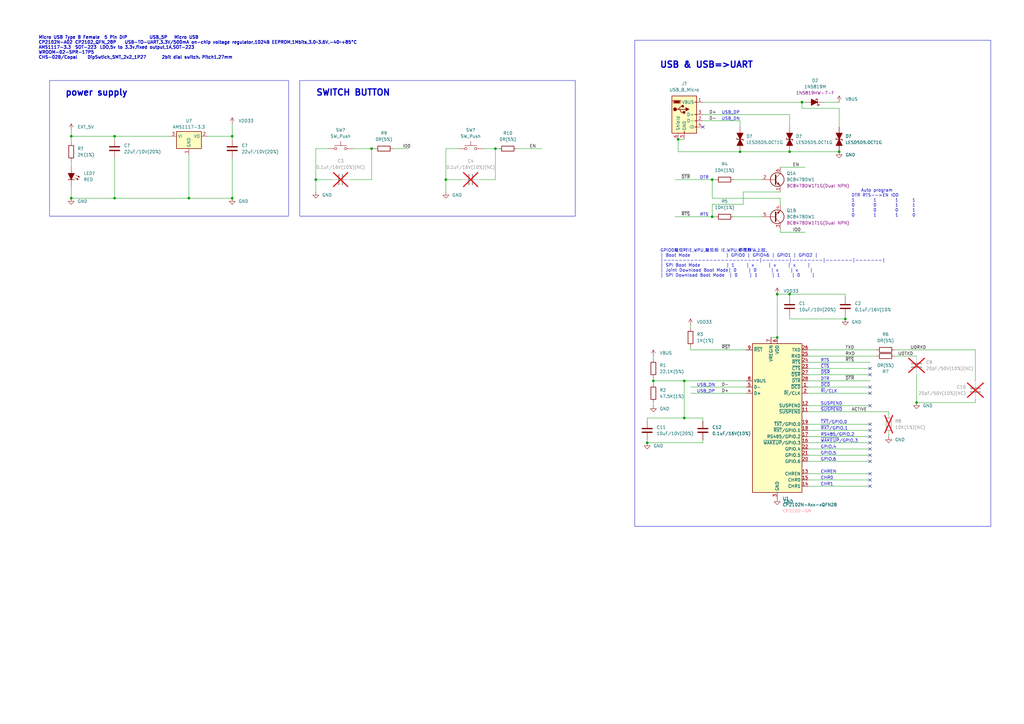
<source format=kicad_sch>
(kicad_sch
	(version 20250114)
	(generator "eeschema")
	(generator_version "9.0")
	(uuid "5a3358d3-68a9-457c-9280-5268343b5a1e")
	(paper "A3")
	(lib_symbols
		(symbol "Connector:USB_B_Micro"
			(pin_names
				(offset 1.016)
			)
			(exclude_from_sim no)
			(in_bom yes)
			(on_board yes)
			(property "Reference" "J"
				(at -5.08 11.43 0)
				(effects
					(font
						(size 1.27 1.27)
					)
					(justify left)
				)
			)
			(property "Value" "USB_B_Micro"
				(at -5.08 8.89 0)
				(effects
					(font
						(size 1.27 1.27)
					)
					(justify left)
				)
			)
			(property "Footprint" ""
				(at 3.81 -1.27 0)
				(effects
					(font
						(size 1.27 1.27)
					)
					(hide yes)
				)
			)
			(property "Datasheet" "~"
				(at 3.81 -1.27 0)
				(effects
					(font
						(size 1.27 1.27)
					)
					(hide yes)
				)
			)
			(property "Description" "USB Micro Type B connector"
				(at 0 0 0)
				(effects
					(font
						(size 1.27 1.27)
					)
					(hide yes)
				)
			)
			(property "ki_keywords" "connector USB micro"
				(at 0 0 0)
				(effects
					(font
						(size 1.27 1.27)
					)
					(hide yes)
				)
			)
			(property "ki_fp_filters" "USB*"
				(at 0 0 0)
				(effects
					(font
						(size 1.27 1.27)
					)
					(hide yes)
				)
			)
			(symbol "USB_B_Micro_0_1"
				(rectangle
					(start -5.08 -7.62)
					(end 5.08 7.62)
					(stroke
						(width 0.254)
						(type default)
					)
					(fill
						(type background)
					)
				)
				(polyline
					(pts
						(xy -4.699 5.842) (xy -4.699 5.588) (xy -4.445 4.826) (xy -4.445 4.572) (xy -1.651 4.572) (xy -1.651 4.826)
						(xy -1.397 5.588) (xy -1.397 5.842) (xy -4.699 5.842)
					)
					(stroke
						(width 0)
						(type default)
					)
					(fill
						(type none)
					)
				)
				(polyline
					(pts
						(xy -4.318 5.588) (xy -1.778 5.588) (xy -2.032 4.826) (xy -4.064 4.826) (xy -4.318 5.588)
					)
					(stroke
						(width 0)
						(type default)
					)
					(fill
						(type outline)
					)
				)
				(circle
					(center -3.81 2.159)
					(radius 0.635)
					(stroke
						(width 0.254)
						(type default)
					)
					(fill
						(type outline)
					)
				)
				(polyline
					(pts
						(xy -3.175 2.159) (xy -2.54 2.159) (xy -1.27 3.429) (xy -0.635 3.429)
					)
					(stroke
						(width 0.254)
						(type default)
					)
					(fill
						(type none)
					)
				)
				(polyline
					(pts
						(xy -2.54 2.159) (xy -1.905 2.159) (xy -1.27 0.889) (xy 0 0.889)
					)
					(stroke
						(width 0.254)
						(type default)
					)
					(fill
						(type none)
					)
				)
				(polyline
					(pts
						(xy -1.905 2.159) (xy 0.635 2.159)
					)
					(stroke
						(width 0.254)
						(type default)
					)
					(fill
						(type none)
					)
				)
				(circle
					(center -0.635 3.429)
					(radius 0.381)
					(stroke
						(width 0.254)
						(type default)
					)
					(fill
						(type outline)
					)
				)
				(rectangle
					(start -0.127 -7.62)
					(end 0.127 -6.858)
					(stroke
						(width 0)
						(type default)
					)
					(fill
						(type none)
					)
				)
				(rectangle
					(start 0.254 1.27)
					(end -0.508 0.508)
					(stroke
						(width 0.254)
						(type default)
					)
					(fill
						(type outline)
					)
				)
				(polyline
					(pts
						(xy 0.635 2.794) (xy 0.635 1.524) (xy 1.905 2.159) (xy 0.635 2.794)
					)
					(stroke
						(width 0.254)
						(type default)
					)
					(fill
						(type outline)
					)
				)
				(rectangle
					(start 5.08 4.953)
					(end 4.318 5.207)
					(stroke
						(width 0)
						(type default)
					)
					(fill
						(type none)
					)
				)
				(rectangle
					(start 5.08 -0.127)
					(end 4.318 0.127)
					(stroke
						(width 0)
						(type default)
					)
					(fill
						(type none)
					)
				)
				(rectangle
					(start 5.08 -2.667)
					(end 4.318 -2.413)
					(stroke
						(width 0)
						(type default)
					)
					(fill
						(type none)
					)
				)
				(rectangle
					(start 5.08 -5.207)
					(end 4.318 -4.953)
					(stroke
						(width 0)
						(type default)
					)
					(fill
						(type none)
					)
				)
			)
			(symbol "USB_B_Micro_1_1"
				(pin passive line
					(at -2.54 -10.16 90)
					(length 2.54)
					(name "Shield"
						(effects
							(font
								(size 1.27 1.27)
							)
						)
					)
					(number "6"
						(effects
							(font
								(size 1.27 1.27)
							)
						)
					)
				)
				(pin power_out line
					(at 0 -10.16 90)
					(length 2.54)
					(name "GND"
						(effects
							(font
								(size 1.27 1.27)
							)
						)
					)
					(number "5"
						(effects
							(font
								(size 1.27 1.27)
							)
						)
					)
				)
				(pin power_out line
					(at 7.62 5.08 180)
					(length 2.54)
					(name "VBUS"
						(effects
							(font
								(size 1.27 1.27)
							)
						)
					)
					(number "1"
						(effects
							(font
								(size 1.27 1.27)
							)
						)
					)
				)
				(pin bidirectional line
					(at 7.62 0 180)
					(length 2.54)
					(name "D+"
						(effects
							(font
								(size 1.27 1.27)
							)
						)
					)
					(number "3"
						(effects
							(font
								(size 1.27 1.27)
							)
						)
					)
				)
				(pin bidirectional line
					(at 7.62 -2.54 180)
					(length 2.54)
					(name "D-"
						(effects
							(font
								(size 1.27 1.27)
							)
						)
					)
					(number "2"
						(effects
							(font
								(size 1.27 1.27)
							)
						)
					)
				)
				(pin passive line
					(at 7.62 -5.08 180)
					(length 2.54)
					(name "ID"
						(effects
							(font
								(size 1.27 1.27)
							)
						)
					)
					(number "4"
						(effects
							(font
								(size 1.27 1.27)
							)
						)
					)
				)
			)
			(embedded_fonts no)
		)
		(symbol "Interface_USB:CP2102N-Axx-xQFN28"
			(exclude_from_sim no)
			(in_bom yes)
			(on_board yes)
			(property "Reference" "U"
				(at -8.89 31.75 0)
				(effects
					(font
						(size 1.27 1.27)
					)
				)
			)
			(property "Value" "CP2102N-Axx-xQFN28"
				(at 12.7 31.75 0)
				(effects
					(font
						(size 1.27 1.27)
					)
				)
			)
			(property "Footprint" "Package_DFN_QFN:QFN-28-1EP_5x5mm_P0.5mm_EP3.35x3.35mm"
				(at 33.02 -31.75 0)
				(effects
					(font
						(size 1.27 1.27)
					)
					(hide yes)
				)
			)
			(property "Datasheet" "https://www.silabs.com/documents/public/data-sheets/cp2102n-datasheet.pdf"
				(at 1.27 -19.05 0)
				(effects
					(font
						(size 1.27 1.27)
					)
					(hide yes)
				)
			)
			(property "Description" "USB to UART master bridge, QFN-28"
				(at 0 0 0)
				(effects
					(font
						(size 1.27 1.27)
					)
					(hide yes)
				)
			)
			(property "ki_keywords" "USB UART bridge"
				(at 0 0 0)
				(effects
					(font
						(size 1.27 1.27)
					)
					(hide yes)
				)
			)
			(property "ki_fp_filters" "QFN*1EP*5x5mm*P0.5mm*"
				(at 0 0 0)
				(effects
					(font
						(size 1.27 1.27)
					)
					(hide yes)
				)
			)
			(symbol "CP2102N-Axx-xQFN28_0_1"
				(rectangle
					(start -10.16 30.48)
					(end 10.16 -30.48)
					(stroke
						(width 0.254)
						(type default)
					)
					(fill
						(type background)
					)
				)
			)
			(symbol "CP2102N-Axx-xQFN28_1_1"
				(pin input line
					(at -12.7 27.94 0)
					(length 2.54)
					(name "~{RST}"
						(effects
							(font
								(size 1.27 1.27)
							)
						)
					)
					(number "9"
						(effects
							(font
								(size 1.27 1.27)
							)
						)
					)
				)
				(pin input line
					(at -12.7 15.24 0)
					(length 2.54)
					(name "VBUS"
						(effects
							(font
								(size 1.27 1.27)
							)
						)
					)
					(number "8"
						(effects
							(font
								(size 1.27 1.27)
							)
						)
					)
				)
				(pin bidirectional line
					(at -12.7 12.7 0)
					(length 2.54)
					(name "D-"
						(effects
							(font
								(size 1.27 1.27)
							)
						)
					)
					(number "5"
						(effects
							(font
								(size 1.27 1.27)
							)
						)
					)
				)
				(pin bidirectional line
					(at -12.7 10.16 0)
					(length 2.54)
					(name "D+"
						(effects
							(font
								(size 1.27 1.27)
							)
						)
					)
					(number "4"
						(effects
							(font
								(size 1.27 1.27)
							)
						)
					)
				)
				(pin no_connect line
					(at -10.16 -27.94 0)
					(length 2.54)
					(hide yes)
					(name "NC"
						(effects
							(font
								(size 1.27 1.27)
							)
						)
					)
					(number "10"
						(effects
							(font
								(size 1.27 1.27)
							)
						)
					)
				)
				(pin power_in line
					(at -2.54 33.02 270)
					(length 2.54)
					(name "VREGIN"
						(effects
							(font
								(size 1.27 1.27)
							)
						)
					)
					(number "7"
						(effects
							(font
								(size 1.27 1.27)
							)
						)
					)
				)
				(pin power_in line
					(at 0 33.02 270)
					(length 2.54)
					(name "VDD"
						(effects
							(font
								(size 1.27 1.27)
							)
						)
					)
					(number "6"
						(effects
							(font
								(size 1.27 1.27)
							)
						)
					)
				)
				(pin passive line
					(at 0 -33.02 90)
					(length 2.54)
					(hide yes)
					(name "GND"
						(effects
							(font
								(size 1.27 1.27)
							)
						)
					)
					(number "29"
						(effects
							(font
								(size 1.27 1.27)
							)
						)
					)
				)
				(pin power_in line
					(at 0 -33.02 90)
					(length 2.54)
					(name "GND"
						(effects
							(font
								(size 1.27 1.27)
							)
						)
					)
					(number "3"
						(effects
							(font
								(size 1.27 1.27)
							)
						)
					)
				)
				(pin output line
					(at 12.7 27.94 180)
					(length 2.54)
					(name "TXD"
						(effects
							(font
								(size 1.27 1.27)
							)
						)
					)
					(number "26"
						(effects
							(font
								(size 1.27 1.27)
							)
						)
					)
				)
				(pin input line
					(at 12.7 25.4 180)
					(length 2.54)
					(name "RXD"
						(effects
							(font
								(size 1.27 1.27)
							)
						)
					)
					(number "25"
						(effects
							(font
								(size 1.27 1.27)
							)
						)
					)
				)
				(pin output line
					(at 12.7 22.86 180)
					(length 2.54)
					(name "~{RTS}"
						(effects
							(font
								(size 1.27 1.27)
							)
						)
					)
					(number "24"
						(effects
							(font
								(size 1.27 1.27)
							)
						)
					)
				)
				(pin input line
					(at 12.7 20.32 180)
					(length 2.54)
					(name "~{CTS}"
						(effects
							(font
								(size 1.27 1.27)
							)
						)
					)
					(number "23"
						(effects
							(font
								(size 1.27 1.27)
							)
						)
					)
				)
				(pin input line
					(at 12.7 17.78 180)
					(length 2.54)
					(name "~{DSR}"
						(effects
							(font
								(size 1.27 1.27)
							)
						)
					)
					(number "27"
						(effects
							(font
								(size 1.27 1.27)
							)
						)
					)
				)
				(pin output line
					(at 12.7 15.24 180)
					(length 2.54)
					(name "~{DTR}"
						(effects
							(font
								(size 1.27 1.27)
							)
						)
					)
					(number "28"
						(effects
							(font
								(size 1.27 1.27)
							)
						)
					)
				)
				(pin input line
					(at 12.7 12.7 180)
					(length 2.54)
					(name "~{DCD}"
						(effects
							(font
								(size 1.27 1.27)
							)
						)
					)
					(number "1"
						(effects
							(font
								(size 1.27 1.27)
							)
						)
					)
				)
				(pin bidirectional line
					(at 12.7 10.16 180)
					(length 2.54)
					(name "~{RI}/CLK"
						(effects
							(font
								(size 1.27 1.27)
							)
						)
					)
					(number "2"
						(effects
							(font
								(size 1.27 1.27)
							)
						)
					)
				)
				(pin output line
					(at 12.7 5.08 180)
					(length 2.54)
					(name "SUSPEND"
						(effects
							(font
								(size 1.27 1.27)
							)
						)
					)
					(number "12"
						(effects
							(font
								(size 1.27 1.27)
							)
						)
					)
				)
				(pin output line
					(at 12.7 2.54 180)
					(length 2.54)
					(name "~{SUSPEND}"
						(effects
							(font
								(size 1.27 1.27)
							)
						)
					)
					(number "11"
						(effects
							(font
								(size 1.27 1.27)
							)
						)
					)
				)
				(pin bidirectional line
					(at 12.7 -2.54 180)
					(length 2.54)
					(name "~{TXT}/GPIO.0"
						(effects
							(font
								(size 1.27 1.27)
							)
						)
					)
					(number "19"
						(effects
							(font
								(size 1.27 1.27)
							)
						)
					)
				)
				(pin bidirectional line
					(at 12.7 -5.08 180)
					(length 2.54)
					(name "~{RXT}/GPIO.1"
						(effects
							(font
								(size 1.27 1.27)
							)
						)
					)
					(number "18"
						(effects
							(font
								(size 1.27 1.27)
							)
						)
					)
				)
				(pin bidirectional line
					(at 12.7 -7.62 180)
					(length 2.54)
					(name "RS485/GPIO.2"
						(effects
							(font
								(size 1.27 1.27)
							)
						)
					)
					(number "17"
						(effects
							(font
								(size 1.27 1.27)
							)
						)
					)
				)
				(pin bidirectional line
					(at 12.7 -10.16 180)
					(length 2.54)
					(name "~{WAKEUP}/GPIO.3"
						(effects
							(font
								(size 1.27 1.27)
							)
						)
					)
					(number "16"
						(effects
							(font
								(size 1.27 1.27)
							)
						)
					)
				)
				(pin bidirectional line
					(at 12.7 -12.7 180)
					(length 2.54)
					(name "GPIO.4"
						(effects
							(font
								(size 1.27 1.27)
							)
						)
					)
					(number "22"
						(effects
							(font
								(size 1.27 1.27)
							)
						)
					)
				)
				(pin bidirectional line
					(at 12.7 -15.24 180)
					(length 2.54)
					(name "GPIO.5"
						(effects
							(font
								(size 1.27 1.27)
							)
						)
					)
					(number "21"
						(effects
							(font
								(size 1.27 1.27)
							)
						)
					)
				)
				(pin bidirectional line
					(at 12.7 -17.78 180)
					(length 2.54)
					(name "GPIO.6"
						(effects
							(font
								(size 1.27 1.27)
							)
						)
					)
					(number "20"
						(effects
							(font
								(size 1.27 1.27)
							)
						)
					)
				)
				(pin output line
					(at 12.7 -22.86 180)
					(length 2.54)
					(name "CHREN"
						(effects
							(font
								(size 1.27 1.27)
							)
						)
					)
					(number "13"
						(effects
							(font
								(size 1.27 1.27)
							)
						)
					)
				)
				(pin output line
					(at 12.7 -25.4 180)
					(length 2.54)
					(name "CHR0"
						(effects
							(font
								(size 1.27 1.27)
							)
						)
					)
					(number "15"
						(effects
							(font
								(size 1.27 1.27)
							)
						)
					)
				)
				(pin output line
					(at 12.7 -27.94 180)
					(length 2.54)
					(name "CHR1"
						(effects
							(font
								(size 1.27 1.27)
							)
						)
					)
					(number "14"
						(effects
							(font
								(size 1.27 1.27)
							)
						)
					)
				)
			)
			(embedded_fonts no)
		)
		(symbol "Library:LESD5D5.0CT1G"
			(pin_numbers
				(hide yes)
			)
			(pin_names
				(offset 1.016)
				(hide yes)
			)
			(exclude_from_sim no)
			(in_bom yes)
			(on_board yes)
			(property "Reference" "D"
				(at 0 7.62 0)
				(effects
					(font
						(size 1.27 1.27)
					)
				)
			)
			(property "Value" "LESD5D5.0CT1G"
				(at 0 5.08 0)
				(effects
					(font
						(size 1.27 1.27)
					)
				)
			)
			(property "Footprint" "Diode_SMD:D_SOD-523"
				(at 0 0 0)
				(effects
					(font
						(size 1.27 1.27)
					)
					(hide yes)
				)
			)
			(property "Datasheet" "https://www.jlc-smt.com/lcsc/detail?componentCode=C383211&spm=smt-pc.search-result.list.0"
				(at 0 0 0)
				(effects
					(font
						(size 1.27 1.27)
					)
					(hide yes)
				)
			)
			(property "Description" "Bidirectional TVS Diode, Generic symbol, Alternate KiCAD Library"
				(at 0 0 0)
				(effects
					(font
						(size 1.27 1.27)
					)
					(hide yes)
				)
			)
			(property "ki_keywords" "diode TVS bidirectional generic"
				(at 0 0 0)
				(effects
					(font
						(size 1.27 1.27)
					)
					(hide yes)
				)
			)
			(property "ki_fp_filters" "TO-???* *_Diode_* *SingleDiode* D_*"
				(at 0 0 0)
				(effects
					(font
						(size 1.27 1.27)
					)
					(hide yes)
				)
			)
			(symbol "LESD5D5.0CT1G_0_1"
				(polyline
					(pts
						(xy 0 1.27) (xy 0 -1.27)
					)
					(stroke
						(width 0.254)
						(type default)
					)
					(fill
						(type none)
					)
				)
				(polyline
					(pts
						(xy 0 1.27) (xy 0.508 1.27)
					)
					(stroke
						(width 0.254)
						(type default)
					)
					(fill
						(type none)
					)
				)
				(polyline
					(pts
						(xy 0 0) (xy -2.54 1.27) (xy -2.54 -1.27) (xy 0 0)
					)
					(stroke
						(width 0.254)
						(type default)
					)
					(fill
						(type outline)
					)
				)
				(polyline
					(pts
						(xy 0 -1.27) (xy -0.508 -1.27)
					)
					(stroke
						(width 0.254)
						(type default)
					)
					(fill
						(type none)
					)
				)
				(polyline
					(pts
						(xy 1.27 0) (xy -1.27 0)
					)
					(stroke
						(width 0)
						(type default)
					)
					(fill
						(type none)
					)
				)
				(polyline
					(pts
						(xy 2.54 1.27) (xy 2.54 -1.27) (xy 0 0) (xy 2.54 1.27)
					)
					(stroke
						(width 0.254)
						(type default)
					)
					(fill
						(type outline)
					)
				)
			)
			(symbol "LESD5D5.0CT1G_0_2"
				(polyline
					(pts
						(xy -3.81 -3.81) (xy 3.81 3.81)
					)
					(stroke
						(width 0)
						(type default)
					)
					(fill
						(type none)
					)
				)
				(polyline
					(pts
						(xy -1.778 -1.778) (xy -2.667 -0.889) (xy 0 0) (xy -0.889 -2.667) (xy -1.778 -1.778)
					)
					(stroke
						(width 0.254)
						(type default)
					)
					(fill
						(type outline)
					)
				)
				(polyline
					(pts
						(xy -0.889 0.889) (xy -1.27 0.508)
					)
					(stroke
						(width 0.254)
						(type default)
					)
					(fill
						(type none)
					)
				)
				(polyline
					(pts
						(xy -0.889 0.889) (xy 0.889 -0.889)
					)
					(stroke
						(width 0.254)
						(type default)
					)
					(fill
						(type none)
					)
				)
				(polyline
					(pts
						(xy 0.889 -0.889) (xy 1.27 -0.508)
					)
					(stroke
						(width 0.254)
						(type default)
					)
					(fill
						(type none)
					)
				)
				(polyline
					(pts
						(xy 1.778 1.778) (xy 2.667 0.889) (xy 0 0) (xy 0.889 2.667) (xy 1.778 1.778)
					)
					(stroke
						(width 0.254)
						(type default)
					)
					(fill
						(type outline)
					)
				)
			)
			(symbol "LESD5D5.0CT1G_1_1"
				(pin passive line
					(at -5.08 0 0)
					(length 2.54)
					(name "K"
						(effects
							(font
								(size 1.27 1.27)
							)
						)
					)
					(number "1"
						(effects
							(font
								(size 1.27 1.27)
							)
						)
					)
				)
				(pin passive line
					(at 5.08 0 180)
					(length 2.54)
					(name "A"
						(effects
							(font
								(size 1.27 1.27)
							)
						)
					)
					(number "2"
						(effects
							(font
								(size 1.27 1.27)
							)
						)
					)
				)
			)
			(symbol "LESD5D5.0CT1G_1_2"
				(pin passive line
					(at -3.81 -3.81 0)
					(length 0)
					(name "A"
						(effects
							(font
								(size 1.27 1.27)
							)
						)
					)
					(number "2"
						(effects
							(font
								(size 1.27 1.27)
							)
						)
					)
				)
				(pin passive line
					(at 3.81 3.81 180)
					(length 0)
					(name "K"
						(effects
							(font
								(size 1.27 1.27)
							)
						)
					)
					(number "1"
						(effects
							(font
								(size 1.27 1.27)
							)
						)
					)
				)
			)
			(embedded_fonts no)
		)
		(symbol "PCM_Capacitor_AKL:C_1206"
			(pin_numbers
				(hide yes)
			)
			(pin_names
				(offset 0.254)
			)
			(exclude_from_sim no)
			(in_bom yes)
			(on_board yes)
			(property "Reference" "C"
				(at 0.635 2.54 0)
				(effects
					(font
						(size 1.27 1.27)
					)
					(justify left)
				)
			)
			(property "Value" "C_1206"
				(at 0.635 -2.54 0)
				(effects
					(font
						(size 1.27 1.27)
					)
					(justify left)
				)
			)
			(property "Footprint" "PCM_Capacitor_SMD_AKL:C_1206_3216Metric"
				(at 0.9652 -3.81 0)
				(effects
					(font
						(size 1.27 1.27)
					)
					(hide yes)
				)
			)
			(property "Datasheet" "~"
				(at 0 0 0)
				(effects
					(font
						(size 1.27 1.27)
					)
					(hide yes)
				)
			)
			(property "Description" "SMD 1206 MLCC capacitor, Alternate KiCad Library"
				(at 0 0 0)
				(effects
					(font
						(size 1.27 1.27)
					)
					(hide yes)
				)
			)
			(property "ki_keywords" "cap capacitor ceramic chip mlcc smd 1206"
				(at 0 0 0)
				(effects
					(font
						(size 1.27 1.27)
					)
					(hide yes)
				)
			)
			(property "ki_fp_filters" "C_*"
				(at 0 0 0)
				(effects
					(font
						(size 1.27 1.27)
					)
					(hide yes)
				)
			)
			(symbol "C_1206_0_1"
				(polyline
					(pts
						(xy -2.032 0.762) (xy 2.032 0.762)
					)
					(stroke
						(width 0.508)
						(type default)
					)
					(fill
						(type none)
					)
				)
				(polyline
					(pts
						(xy -2.032 -0.762) (xy 2.032 -0.762)
					)
					(stroke
						(width 0.508)
						(type default)
					)
					(fill
						(type none)
					)
				)
			)
			(symbol "C_1206_0_2"
				(polyline
					(pts
						(xy -2.54 -2.54) (xy -0.381 -0.381)
					)
					(stroke
						(width 0)
						(type default)
					)
					(fill
						(type none)
					)
				)
				(polyline
					(pts
						(xy -0.508 -0.508) (xy -1.651 0.635)
					)
					(stroke
						(width 0.508)
						(type default)
					)
					(fill
						(type none)
					)
				)
				(polyline
					(pts
						(xy -0.508 -0.508) (xy 0.635 -1.651)
					)
					(stroke
						(width 0.508)
						(type default)
					)
					(fill
						(type none)
					)
				)
				(polyline
					(pts
						(xy 0.381 0.381) (xy 2.54 2.54)
					)
					(stroke
						(width 0)
						(type default)
					)
					(fill
						(type none)
					)
				)
				(polyline
					(pts
						(xy 0.508 0.508) (xy -0.635 1.651)
					)
					(stroke
						(width 0.508)
						(type default)
					)
					(fill
						(type none)
					)
				)
				(polyline
					(pts
						(xy 0.508 0.508) (xy 1.651 -0.635)
					)
					(stroke
						(width 0.508)
						(type default)
					)
					(fill
						(type none)
					)
				)
			)
			(symbol "C_1206_1_1"
				(pin passive line
					(at 0 3.81 270)
					(length 2.794)
					(name "~"
						(effects
							(font
								(size 1.27 1.27)
							)
						)
					)
					(number "1"
						(effects
							(font
								(size 1.27 1.27)
							)
						)
					)
				)
				(pin passive line
					(at 0 -3.81 90)
					(length 2.794)
					(name "~"
						(effects
							(font
								(size 1.27 1.27)
							)
						)
					)
					(number "2"
						(effects
							(font
								(size 1.27 1.27)
							)
						)
					)
				)
			)
			(symbol "C_1206_1_2"
				(pin passive line
					(at -2.54 -2.54 90)
					(length 0)
					(name "~"
						(effects
							(font
								(size 1.27 1.27)
							)
						)
					)
					(number "2"
						(effects
							(font
								(size 1.27 1.27)
							)
						)
					)
				)
				(pin passive line
					(at 2.54 2.54 270)
					(length 0)
					(name "~"
						(effects
							(font
								(size 1.27 1.27)
							)
						)
					)
					(number "1"
						(effects
							(font
								(size 1.27 1.27)
							)
						)
					)
				)
			)
			(embedded_fonts no)
		)
		(symbol "PCM_Diode_Schottky_AKL:1N5819M"
			(pin_numbers
				(hide yes)
			)
			(pin_names
				(offset 1.016)
				(hide yes)
			)
			(exclude_from_sim no)
			(in_bom yes)
			(on_board yes)
			(property "Reference" "D"
				(at 0 5.08 0)
				(effects
					(font
						(size 1.27 1.27)
					)
				)
			)
			(property "Value" "1N5819M"
				(at 0 2.54 0)
				(effects
					(font
						(size 1.27 1.27)
					)
				)
			)
			(property "Footprint" "PCM_Diode_SMD_AKL:D_MELF"
				(at 0 0 0)
				(effects
					(font
						(size 1.27 1.27)
					)
					(hide yes)
				)
			)
			(property "Datasheet" "https://media.digikey.com/pdf/Data%20Sheets/Diodes%20PDFs/1N5817M,5818M,5819M.pdf"
				(at 0 0 0)
				(effects
					(font
						(size 1.27 1.27)
					)
					(hide yes)
				)
			)
			(property "Description" "MELF Schottky diode, 40V, 1A, Alternate KiCAD Library"
				(at 0 0 0)
				(effects
					(font
						(size 1.27 1.27)
					)
					(hide yes)
				)
			)
			(property "ki_keywords" "diode Schottky 1N5819"
				(at 0 0 0)
				(effects
					(font
						(size 1.27 1.27)
					)
					(hide yes)
				)
			)
			(property "ki_fp_filters" "TO-???* *_Diode_* *SingleDiode* D_*"
				(at 0 0 0)
				(effects
					(font
						(size 1.27 1.27)
					)
					(hide yes)
				)
			)
			(symbol "1N5819M_0_1"
				(polyline
					(pts
						(xy -1.27 0) (xy 1.27 0)
					)
					(stroke
						(width 0)
						(type default)
					)
					(fill
						(type none)
					)
				)
				(polyline
					(pts
						(xy -1.27 -1.27) (xy -1.27 1.27) (xy 1.27 0) (xy -1.27 -1.27)
					)
					(stroke
						(width 0.254)
						(type default)
					)
					(fill
						(type outline)
					)
				)
				(polyline
					(pts
						(xy 1.905 -0.762) (xy 1.905 -1.27) (xy 1.27 -1.27) (xy 1.27 1.27) (xy 0.635 1.27) (xy 0.635 0.762)
					)
					(stroke
						(width 0.254)
						(type default)
					)
					(fill
						(type none)
					)
				)
			)
			(symbol "1N5819M_0_2"
				(polyline
					(pts
						(xy -2.54 -2.54) (xy 2.54 2.54)
					)
					(stroke
						(width 0)
						(type default)
					)
					(fill
						(type none)
					)
				)
				(polyline
					(pts
						(xy -0.889 -0.889) (xy -1.778 0) (xy 0.889 0.889) (xy 0 -1.778) (xy -0.889 -0.889)
					)
					(stroke
						(width 0.254)
						(type default)
					)
					(fill
						(type outline)
					)
				)
				(polyline
					(pts
						(xy 0 1.778) (xy 1.778 0)
					)
					(stroke
						(width 0.254)
						(type default)
					)
					(fill
						(type none)
					)
				)
				(polyline
					(pts
						(xy 0 1.778) (xy -0.381 1.397) (xy 0 1.016)
					)
					(stroke
						(width 0.254)
						(type default)
					)
					(fill
						(type none)
					)
				)
				(polyline
					(pts
						(xy 1.778 0) (xy 2.159 0.381) (xy 1.778 0.762)
					)
					(stroke
						(width 0.254)
						(type default)
					)
					(fill
						(type none)
					)
				)
			)
			(symbol "1N5819M_1_1"
				(pin passive line
					(at -3.81 0 0)
					(length 2.54)
					(name "A"
						(effects
							(font
								(size 1.27 1.27)
							)
						)
					)
					(number "2"
						(effects
							(font
								(size 1.27 1.27)
							)
						)
					)
				)
				(pin passive line
					(at 3.81 0 180)
					(length 2.54)
					(name "K"
						(effects
							(font
								(size 1.27 1.27)
							)
						)
					)
					(number "1"
						(effects
							(font
								(size 1.27 1.27)
							)
						)
					)
				)
			)
			(symbol "1N5819M_1_2"
				(pin passive line
					(at -2.54 -2.54 0)
					(length 0)
					(name "A"
						(effects
							(font
								(size 1.27 1.27)
							)
						)
					)
					(number "2"
						(effects
							(font
								(size 1.27 1.27)
							)
						)
					)
				)
				(pin passive line
					(at 2.54 2.54 180)
					(length 0)
					(name "K"
						(effects
							(font
								(size 1.27 1.27)
							)
						)
					)
					(number "1"
						(effects
							(font
								(size 1.27 1.27)
							)
						)
					)
				)
			)
			(embedded_fonts no)
		)
		(symbol "PCM_LED_AKL:LED_1206"
			(pin_numbers
				(hide yes)
			)
			(pin_names
				(offset 1.016)
				(hide yes)
			)
			(exclude_from_sim no)
			(in_bom yes)
			(on_board yes)
			(property "Reference" "LED"
				(at 0 7.62 0)
				(effects
					(font
						(size 1.27 1.27)
					)
				)
			)
			(property "Value" "LED_1206"
				(at 0 5.08 0)
				(effects
					(font
						(size 1.27 1.27)
					)
				)
			)
			(property "Footprint" "PCM_LED_SMD_AKL:LED_1206_3216Metric"
				(at 0 0 0)
				(effects
					(font
						(size 1.27 1.27)
					)
					(hide yes)
				)
			)
			(property "Datasheet" "~"
				(at 0 0 0)
				(effects
					(font
						(size 1.27 1.27)
					)
					(hide yes)
				)
			)
			(property "Description" "SMD LED, 1206, Alternate KiCad Library"
				(at 0 0 0)
				(effects
					(font
						(size 1.27 1.27)
					)
					(hide yes)
				)
			)
			(property "ki_keywords" "LED diode generic smd 1206"
				(at 0 0 0)
				(effects
					(font
						(size 1.27 1.27)
					)
					(hide yes)
				)
			)
			(property "ki_fp_filters" "LED* LED_SMD:* LED_THT:*"
				(at 0 0 0)
				(effects
					(font
						(size 1.27 1.27)
					)
					(hide yes)
				)
			)
			(symbol "LED_1206_0_1"
				(polyline
					(pts
						(xy -1.27 1.27) (xy -1.27 -1.27) (xy 1.27 0) (xy -1.27 1.27)
					)
					(stroke
						(width 0.254)
						(type default)
					)
					(fill
						(type outline)
					)
				)
				(polyline
					(pts
						(xy -0.508 1.905) (xy 0.254 3.429)
					)
					(stroke
						(width 0.1524)
						(type default)
					)
					(fill
						(type none)
					)
				)
				(polyline
					(pts
						(xy 0 2.921) (xy -0.254 3.048)
					)
					(stroke
						(width 0.1524)
						(type default)
					)
					(fill
						(type none)
					)
				)
				(polyline
					(pts
						(xy 0 2.921) (xy 0.254 2.794)
					)
					(stroke
						(width 0.1524)
						(type default)
					)
					(fill
						(type none)
					)
				)
				(polyline
					(pts
						(xy 0.254 2.794) (xy -0.254 3.048) (xy 0.254 3.429) (xy 0.254 2.794)
					)
					(stroke
						(width 0.1524)
						(type default)
					)
					(fill
						(type outline)
					)
				)
				(polyline
					(pts
						(xy 0.508 1.397) (xy 1.27 2.921)
					)
					(stroke
						(width 0.1524)
						(type default)
					)
					(fill
						(type none)
					)
				)
				(polyline
					(pts
						(xy 1.016 2.413) (xy 0.762 2.54)
					)
					(stroke
						(width 0.1524)
						(type default)
					)
					(fill
						(type none)
					)
				)
				(polyline
					(pts
						(xy 1.016 2.413) (xy 1.27 2.286)
					)
					(stroke
						(width 0.1524)
						(type default)
					)
					(fill
						(type none)
					)
				)
				(polyline
					(pts
						(xy 1.27 2.286) (xy 0.762 2.54) (xy 1.27 2.921) (xy 1.27 2.286)
					)
					(stroke
						(width 0.1524)
						(type default)
					)
					(fill
						(type outline)
					)
				)
				(polyline
					(pts
						(xy 1.27 1.27) (xy 1.27 -1.27)
					)
					(stroke
						(width 0.254)
						(type default)
					)
					(fill
						(type none)
					)
				)
				(polyline
					(pts
						(xy 1.27 0) (xy -1.27 0)
					)
					(stroke
						(width 0)
						(type default)
					)
					(fill
						(type none)
					)
				)
			)
			(symbol "LED_1206_0_2"
				(polyline
					(pts
						(xy -2.54 -2.54) (xy 2.54 2.54)
					)
					(stroke
						(width 0)
						(type default)
					)
					(fill
						(type none)
					)
				)
				(polyline
					(pts
						(xy -2.159 2.413) (xy -2.286 1.778) (xy -1.6764 1.9812) (xy -2.159 2.413)
					)
					(stroke
						(width 0)
						(type default)
					)
					(fill
						(type outline)
					)
				)
				(polyline
					(pts
						(xy -1.651 0.889) (xy -2.159 2.413)
					)
					(stroke
						(width 0)
						(type default)
					)
					(fill
						(type none)
					)
				)
				(polyline
					(pts
						(xy -1.016 2.794) (xy -1.143 2.159) (xy -0.5334 2.3622) (xy -1.016 2.794)
					)
					(stroke
						(width 0)
						(type default)
					)
					(fill
						(type outline)
					)
				)
				(polyline
					(pts
						(xy -0.889 -0.889) (xy -1.778 0) (xy 0.889 0.889) (xy 0 -1.778) (xy -0.889 -0.889)
					)
					(stroke
						(width 0.254)
						(type default)
					)
					(fill
						(type outline)
					)
				)
				(polyline
					(pts
						(xy -0.508 1.27) (xy -1.016 2.794)
					)
					(stroke
						(width 0)
						(type default)
					)
					(fill
						(type none)
					)
				)
				(polyline
					(pts
						(xy 0 1.778) (xy 1.778 0)
					)
					(stroke
						(width 0.254)
						(type default)
					)
					(fill
						(type none)
					)
				)
			)
			(symbol "LED_1206_1_1"
				(pin passive line
					(at -3.81 0 0)
					(length 2.54)
					(name "A"
						(effects
							(font
								(size 1.27 1.27)
							)
						)
					)
					(number "2"
						(effects
							(font
								(size 1.27 1.27)
							)
						)
					)
				)
				(pin passive line
					(at 3.81 0 180)
					(length 2.54)
					(name "K"
						(effects
							(font
								(size 1.27 1.27)
							)
						)
					)
					(number "1"
						(effects
							(font
								(size 1.27 1.27)
							)
						)
					)
				)
			)
			(symbol "LED_1206_1_2"
				(pin passive line
					(at -2.54 -2.54 0)
					(length 0)
					(name "A"
						(effects
							(font
								(size 1.27 1.27)
							)
						)
					)
					(number "2"
						(effects
							(font
								(size 1.27 1.27)
							)
						)
					)
				)
				(pin passive line
					(at 2.54 2.54 180)
					(length 0)
					(name "K"
						(effects
							(font
								(size 1.27 1.27)
							)
						)
					)
					(number "1"
						(effects
							(font
								(size 1.27 1.27)
							)
						)
					)
				)
			)
			(embedded_fonts no)
		)
		(symbol "PCM_Resistor_AKL:R_1206"
			(pin_numbers
				(hide yes)
			)
			(pin_names
				(offset 0)
			)
			(exclude_from_sim no)
			(in_bom yes)
			(on_board yes)
			(property "Reference" "R"
				(at 2.54 1.27 0)
				(effects
					(font
						(size 1.27 1.27)
					)
					(justify left)
				)
			)
			(property "Value" "R_1206"
				(at 2.54 -1.27 0)
				(effects
					(font
						(size 1.27 1.27)
					)
					(justify left)
				)
			)
			(property "Footprint" "PCM_Resistor_SMD_AKL:R_1206_3216Metric"
				(at 0 -11.43 0)
				(effects
					(font
						(size 1.27 1.27)
					)
					(hide yes)
				)
			)
			(property "Datasheet" "~"
				(at 0 0 0)
				(effects
					(font
						(size 1.27 1.27)
					)
					(hide yes)
				)
			)
			(property "Description" "SMD 1206 Chip Resistor, European Symbol, Alternate KiCad Library"
				(at 0 0 0)
				(effects
					(font
						(size 1.27 1.27)
					)
					(hide yes)
				)
			)
			(property "ki_keywords" "R res resistor eu  smd 1206"
				(at 0 0 0)
				(effects
					(font
						(size 1.27 1.27)
					)
					(hide yes)
				)
			)
			(property "ki_fp_filters" "R_*"
				(at 0 0 0)
				(effects
					(font
						(size 1.27 1.27)
					)
					(hide yes)
				)
			)
			(symbol "R_1206_0_1"
				(rectangle
					(start -1.016 2.54)
					(end 1.016 -2.54)
					(stroke
						(width 0.254)
						(type default)
					)
					(fill
						(type none)
					)
				)
			)
			(symbol "R_1206_0_2"
				(polyline
					(pts
						(xy -2.54 -2.54) (xy -1.524 -1.524)
					)
					(stroke
						(width 0)
						(type default)
					)
					(fill
						(type none)
					)
				)
				(polyline
					(pts
						(xy 1.524 1.524) (xy 2.54 2.54)
					)
					(stroke
						(width 0)
						(type default)
					)
					(fill
						(type none)
					)
				)
				(polyline
					(pts
						(xy 1.524 1.524) (xy 0.889 2.159) (xy -2.159 -0.889) (xy -0.889 -2.159) (xy 2.159 0.889) (xy 1.524 1.524)
					)
					(stroke
						(width 0.254)
						(type default)
					)
					(fill
						(type none)
					)
				)
			)
			(symbol "R_1206_1_1"
				(pin passive line
					(at 0 3.81 270)
					(length 1.27)
					(name "~"
						(effects
							(font
								(size 1.27 1.27)
							)
						)
					)
					(number "1"
						(effects
							(font
								(size 1.27 1.27)
							)
						)
					)
				)
				(pin passive line
					(at 0 -3.81 90)
					(length 1.27)
					(name "~"
						(effects
							(font
								(size 1.27 1.27)
							)
						)
					)
					(number "2"
						(effects
							(font
								(size 1.27 1.27)
							)
						)
					)
				)
			)
			(symbol "R_1206_1_2"
				(pin passive line
					(at -2.54 -2.54 0)
					(length 0)
					(name ""
						(effects
							(font
								(size 1.27 1.27)
							)
						)
					)
					(number "2"
						(effects
							(font
								(size 1.27 1.27)
							)
						)
					)
				)
				(pin passive line
					(at 2.54 2.54 180)
					(length 0)
					(name ""
						(effects
							(font
								(size 1.27 1.27)
							)
						)
					)
					(number "1"
						(effects
							(font
								(size 1.27 1.27)
							)
						)
					)
				)
			)
			(embedded_fonts no)
		)
		(symbol "Regulator_Linear:AMS1117-3.3"
			(exclude_from_sim no)
			(in_bom yes)
			(on_board yes)
			(property "Reference" "U"
				(at -3.81 3.175 0)
				(effects
					(font
						(size 1.27 1.27)
					)
				)
			)
			(property "Value" "AMS1117-3.3"
				(at 0 3.175 0)
				(effects
					(font
						(size 1.27 1.27)
					)
					(justify left)
				)
			)
			(property "Footprint" "Package_TO_SOT_SMD:SOT-223-3_TabPin2"
				(at 0 5.08 0)
				(effects
					(font
						(size 1.27 1.27)
					)
					(hide yes)
				)
			)
			(property "Datasheet" "http://www.advanced-monolithic.com/pdf/ds1117.pdf"
				(at 2.54 -6.35 0)
				(effects
					(font
						(size 1.27 1.27)
					)
					(hide yes)
				)
			)
			(property "Description" "1A Low Dropout regulator, positive, 3.3V fixed output, SOT-223"
				(at 0 0 0)
				(effects
					(font
						(size 1.27 1.27)
					)
					(hide yes)
				)
			)
			(property "ki_keywords" "linear regulator ldo fixed positive"
				(at 0 0 0)
				(effects
					(font
						(size 1.27 1.27)
					)
					(hide yes)
				)
			)
			(property "ki_fp_filters" "SOT?223*TabPin2*"
				(at 0 0 0)
				(effects
					(font
						(size 1.27 1.27)
					)
					(hide yes)
				)
			)
			(symbol "AMS1117-3.3_0_1"
				(rectangle
					(start -5.08 -5.08)
					(end 5.08 1.905)
					(stroke
						(width 0.254)
						(type default)
					)
					(fill
						(type background)
					)
				)
			)
			(symbol "AMS1117-3.3_1_1"
				(pin power_in line
					(at -7.62 0 0)
					(length 2.54)
					(name "VI"
						(effects
							(font
								(size 1.27 1.27)
							)
						)
					)
					(number "3"
						(effects
							(font
								(size 1.27 1.27)
							)
						)
					)
				)
				(pin power_in line
					(at 0 -7.62 90)
					(length 2.54)
					(name "GND"
						(effects
							(font
								(size 1.27 1.27)
							)
						)
					)
					(number "1"
						(effects
							(font
								(size 1.27 1.27)
							)
						)
					)
				)
				(pin power_out line
					(at 7.62 0 180)
					(length 2.54)
					(name "VO"
						(effects
							(font
								(size 1.27 1.27)
							)
						)
					)
					(number "2"
						(effects
							(font
								(size 1.27 1.27)
							)
						)
					)
				)
			)
			(embedded_fonts no)
		)
		(symbol "Switch:SW_Push"
			(pin_numbers
				(hide yes)
			)
			(pin_names
				(offset 1.016)
				(hide yes)
			)
			(exclude_from_sim no)
			(in_bom yes)
			(on_board yes)
			(property "Reference" "SW"
				(at 1.27 2.54 0)
				(effects
					(font
						(size 1.27 1.27)
					)
					(justify left)
				)
			)
			(property "Value" "SW_Push"
				(at 0 -1.524 0)
				(effects
					(font
						(size 1.27 1.27)
					)
				)
			)
			(property "Footprint" ""
				(at 0 5.08 0)
				(effects
					(font
						(size 1.27 1.27)
					)
					(hide yes)
				)
			)
			(property "Datasheet" "~"
				(at 0 5.08 0)
				(effects
					(font
						(size 1.27 1.27)
					)
					(hide yes)
				)
			)
			(property "Description" "Push button switch, generic, two pins"
				(at 0 0 0)
				(effects
					(font
						(size 1.27 1.27)
					)
					(hide yes)
				)
			)
			(property "ki_keywords" "switch normally-open pushbutton push-button"
				(at 0 0 0)
				(effects
					(font
						(size 1.27 1.27)
					)
					(hide yes)
				)
			)
			(symbol "SW_Push_0_1"
				(circle
					(center -2.032 0)
					(radius 0.508)
					(stroke
						(width 0)
						(type default)
					)
					(fill
						(type none)
					)
				)
				(polyline
					(pts
						(xy 0 1.27) (xy 0 3.048)
					)
					(stroke
						(width 0)
						(type default)
					)
					(fill
						(type none)
					)
				)
				(circle
					(center 2.032 0)
					(radius 0.508)
					(stroke
						(width 0)
						(type default)
					)
					(fill
						(type none)
					)
				)
				(polyline
					(pts
						(xy 2.54 1.27) (xy -2.54 1.27)
					)
					(stroke
						(width 0)
						(type default)
					)
					(fill
						(type none)
					)
				)
				(pin passive line
					(at -5.08 0 0)
					(length 2.54)
					(name "1"
						(effects
							(font
								(size 1.27 1.27)
							)
						)
					)
					(number "1"
						(effects
							(font
								(size 1.27 1.27)
							)
						)
					)
				)
				(pin passive line
					(at 5.08 0 180)
					(length 2.54)
					(name "2"
						(effects
							(font
								(size 1.27 1.27)
							)
						)
					)
					(number "2"
						(effects
							(font
								(size 1.27 1.27)
							)
						)
					)
				)
			)
			(embedded_fonts no)
		)
		(symbol "Transistor_BJT:BC847BDW1"
			(pin_names
				(offset 0)
				(hide yes)
			)
			(exclude_from_sim no)
			(in_bom yes)
			(on_board yes)
			(property "Reference" "Q"
				(at 5.08 1.27 0)
				(effects
					(font
						(size 1.27 1.27)
					)
					(justify left)
				)
			)
			(property "Value" "BC847BDW1"
				(at 5.08 -1.27 0)
				(effects
					(font
						(size 1.27 1.27)
					)
					(justify left)
				)
			)
			(property "Footprint" "Package_TO_SOT_SMD:SOT-363_SC-70-6"
				(at 5.08 2.54 0)
				(effects
					(font
						(size 1.27 1.27)
					)
					(hide yes)
				)
			)
			(property "Datasheet" "http://www.onsemi.com/pub_link/Collateral/BC846BDW1T1-D.PDF"
				(at 0 0 0)
				(effects
					(font
						(size 1.27 1.27)
					)
					(hide yes)
				)
			)
			(property "Description" "100mA IC, 45V Vce, Dual NPN/NPN Transistors, SOT-363"
				(at 0 0 0)
				(effects
					(font
						(size 1.27 1.27)
					)
					(hide yes)
				)
			)
			(property "ki_locked" ""
				(at 0 0 0)
				(effects
					(font
						(size 1.27 1.27)
					)
				)
			)
			(property "ki_keywords" "NPN/NPN Transistor"
				(at 0 0 0)
				(effects
					(font
						(size 1.27 1.27)
					)
					(hide yes)
				)
			)
			(property "ki_fp_filters" "SOT?363*"
				(at 0 0 0)
				(effects
					(font
						(size 1.27 1.27)
					)
					(hide yes)
				)
			)
			(symbol "BC847BDW1_0_1"
				(polyline
					(pts
						(xy 0.635 1.905) (xy 0.635 -1.905)
					)
					(stroke
						(width 0.508)
						(type default)
					)
					(fill
						(type none)
					)
				)
				(polyline
					(pts
						(xy 0.635 0.635) (xy 2.54 2.54)
					)
					(stroke
						(width 0)
						(type default)
					)
					(fill
						(type none)
					)
				)
				(polyline
					(pts
						(xy 0.635 0) (xy -2.54 0)
					)
					(stroke
						(width 0)
						(type default)
					)
					(fill
						(type none)
					)
				)
				(polyline
					(pts
						(xy 0.635 -0.635) (xy 2.54 -2.54)
					)
					(stroke
						(width 0)
						(type default)
					)
					(fill
						(type none)
					)
				)
				(circle
					(center 1.27 0)
					(radius 2.8194)
					(stroke
						(width 0.254)
						(type default)
					)
					(fill
						(type none)
					)
				)
				(polyline
					(pts
						(xy 1.27 -1.778) (xy 1.778 -1.27) (xy 2.286 -2.286) (xy 1.27 -1.778)
					)
					(stroke
						(width 0)
						(type default)
					)
					(fill
						(type outline)
					)
				)
			)
			(symbol "BC847BDW1_1_1"
				(pin input line
					(at -5.08 0 0)
					(length 2.54)
					(name "B1"
						(effects
							(font
								(size 1.27 1.27)
							)
						)
					)
					(number "2"
						(effects
							(font
								(size 1.27 1.27)
							)
						)
					)
				)
				(pin passive line
					(at 2.54 5.08 270)
					(length 2.54)
					(name "C1"
						(effects
							(font
								(size 1.27 1.27)
							)
						)
					)
					(number "6"
						(effects
							(font
								(size 1.27 1.27)
							)
						)
					)
				)
				(pin passive line
					(at 2.54 -5.08 90)
					(length 2.54)
					(name "E1"
						(effects
							(font
								(size 1.27 1.27)
							)
						)
					)
					(number "1"
						(effects
							(font
								(size 1.27 1.27)
							)
						)
					)
				)
			)
			(symbol "BC847BDW1_2_1"
				(pin input line
					(at -5.08 0 0)
					(length 2.54)
					(name "B2"
						(effects
							(font
								(size 1.27 1.27)
							)
						)
					)
					(number "5"
						(effects
							(font
								(size 1.27 1.27)
							)
						)
					)
				)
				(pin passive line
					(at 2.54 5.08 270)
					(length 2.54)
					(name "C2"
						(effects
							(font
								(size 1.27 1.27)
							)
						)
					)
					(number "3"
						(effects
							(font
								(size 1.27 1.27)
							)
						)
					)
				)
				(pin passive line
					(at 2.54 -5.08 90)
					(length 2.54)
					(name "E2"
						(effects
							(font
								(size 1.27 1.27)
							)
						)
					)
					(number "4"
						(effects
							(font
								(size 1.27 1.27)
							)
						)
					)
				)
			)
			(embedded_fonts no)
		)
		(symbol "power:+5V"
			(power)
			(pin_numbers
				(hide yes)
			)
			(pin_names
				(offset 0)
				(hide yes)
			)
			(exclude_from_sim no)
			(in_bom yes)
			(on_board yes)
			(property "Reference" "#PWR"
				(at 0 -3.81 0)
				(effects
					(font
						(size 1.27 1.27)
					)
					(hide yes)
				)
			)
			(property "Value" "+5V"
				(at 0 3.556 0)
				(effects
					(font
						(size 1.27 1.27)
					)
				)
			)
			(property "Footprint" ""
				(at 0 0 0)
				(effects
					(font
						(size 1.27 1.27)
					)
					(hide yes)
				)
			)
			(property "Datasheet" ""
				(at 0 0 0)
				(effects
					(font
						(size 1.27 1.27)
					)
					(hide yes)
				)
			)
			(property "Description" "Power symbol creates a global label with name \"+5V\""
				(at 0 0 0)
				(effects
					(font
						(size 1.27 1.27)
					)
					(hide yes)
				)
			)
			(property "ki_keywords" "global power"
				(at 0 0 0)
				(effects
					(font
						(size 1.27 1.27)
					)
					(hide yes)
				)
			)
			(symbol "+5V_0_1"
				(polyline
					(pts
						(xy -0.762 1.27) (xy 0 2.54)
					)
					(stroke
						(width 0)
						(type default)
					)
					(fill
						(type none)
					)
				)
				(polyline
					(pts
						(xy 0 2.54) (xy 0.762 1.27)
					)
					(stroke
						(width 0)
						(type default)
					)
					(fill
						(type none)
					)
				)
				(polyline
					(pts
						(xy 0 0) (xy 0 2.54)
					)
					(stroke
						(width 0)
						(type default)
					)
					(fill
						(type none)
					)
				)
			)
			(symbol "+5V_1_1"
				(pin power_in line
					(at 0 0 90)
					(length 0)
					(name "~"
						(effects
							(font
								(size 1.27 1.27)
							)
						)
					)
					(number "1"
						(effects
							(font
								(size 1.27 1.27)
							)
						)
					)
				)
			)
			(embedded_fonts no)
		)
		(symbol "power:GND"
			(power)
			(pin_numbers
				(hide yes)
			)
			(pin_names
				(offset 0)
				(hide yes)
			)
			(exclude_from_sim no)
			(in_bom yes)
			(on_board yes)
			(property "Reference" "#PWR"
				(at 0 -6.35 0)
				(effects
					(font
						(size 1.27 1.27)
					)
					(hide yes)
				)
			)
			(property "Value" "GND"
				(at 0 -3.81 0)
				(effects
					(font
						(size 1.27 1.27)
					)
				)
			)
			(property "Footprint" ""
				(at 0 0 0)
				(effects
					(font
						(size 1.27 1.27)
					)
					(hide yes)
				)
			)
			(property "Datasheet" ""
				(at 0 0 0)
				(effects
					(font
						(size 1.27 1.27)
					)
					(hide yes)
				)
			)
			(property "Description" "Power symbol creates a global label with name \"GND\" , ground"
				(at 0 0 0)
				(effects
					(font
						(size 1.27 1.27)
					)
					(hide yes)
				)
			)
			(property "ki_keywords" "global power"
				(at 0 0 0)
				(effects
					(font
						(size 1.27 1.27)
					)
					(hide yes)
				)
			)
			(symbol "GND_0_1"
				(polyline
					(pts
						(xy 0 0) (xy 0 -1.27) (xy 1.27 -1.27) (xy 0 -2.54) (xy -1.27 -1.27) (xy 0 -1.27)
					)
					(stroke
						(width 0)
						(type default)
					)
					(fill
						(type none)
					)
				)
			)
			(symbol "GND_1_1"
				(pin power_in line
					(at 0 0 270)
					(length 0)
					(name "~"
						(effects
							(font
								(size 1.27 1.27)
							)
						)
					)
					(number "1"
						(effects
							(font
								(size 1.27 1.27)
							)
						)
					)
				)
			)
			(embedded_fonts no)
		)
		(symbol "power:VBUS"
			(power)
			(pin_numbers
				(hide yes)
			)
			(pin_names
				(offset 0)
				(hide yes)
			)
			(exclude_from_sim no)
			(in_bom yes)
			(on_board yes)
			(property "Reference" "#PWR"
				(at 0 -3.81 0)
				(effects
					(font
						(size 1.27 1.27)
					)
					(hide yes)
				)
			)
			(property "Value" "VBUS"
				(at 0 3.556 0)
				(effects
					(font
						(size 1.27 1.27)
					)
				)
			)
			(property "Footprint" ""
				(at 0 0 0)
				(effects
					(font
						(size 1.27 1.27)
					)
					(hide yes)
				)
			)
			(property "Datasheet" ""
				(at 0 0 0)
				(effects
					(font
						(size 1.27 1.27)
					)
					(hide yes)
				)
			)
			(property "Description" "Power symbol creates a global label with name \"VBUS\""
				(at 0 0 0)
				(effects
					(font
						(size 1.27 1.27)
					)
					(hide yes)
				)
			)
			(property "ki_keywords" "global power"
				(at 0 0 0)
				(effects
					(font
						(size 1.27 1.27)
					)
					(hide yes)
				)
			)
			(symbol "VBUS_0_1"
				(polyline
					(pts
						(xy -0.762 1.27) (xy 0 2.54)
					)
					(stroke
						(width 0)
						(type default)
					)
					(fill
						(type none)
					)
				)
				(polyline
					(pts
						(xy 0 2.54) (xy 0.762 1.27)
					)
					(stroke
						(width 0)
						(type default)
					)
					(fill
						(type none)
					)
				)
				(polyline
					(pts
						(xy 0 0) (xy 0 2.54)
					)
					(stroke
						(width 0)
						(type default)
					)
					(fill
						(type none)
					)
				)
			)
			(symbol "VBUS_1_1"
				(pin power_in line
					(at 0 0 90)
					(length 0)
					(name "~"
						(effects
							(font
								(size 1.27 1.27)
							)
						)
					)
					(number "1"
						(effects
							(font
								(size 1.27 1.27)
							)
						)
					)
				)
			)
			(embedded_fonts no)
		)
	)
	(rectangle
		(start 122.936 33.02)
		(end 235.966 88.646)
		(stroke
			(width 0)
			(type default)
		)
		(fill
			(type none)
		)
		(uuid 5b4533f5-aa5c-44b4-b798-09357b5f16ae)
	)
	(rectangle
		(start 260.35 16.51)
		(end 406.4 215.9)
		(stroke
			(width 0)
			(type default)
		)
		(fill
			(type none)
		)
		(uuid 86a02ec1-0a1a-4326-8bca-e80c07dfa33a)
	)
	(rectangle
		(start 20.32 33.02)
		(end 118.364 88.646)
		(stroke
			(width 0)
			(type default)
		)
		(fill
			(type none)
		)
		(uuid b82339ba-0e79-4a4a-954c-0612cff4c42a)
	)
	(text "~{WAKEUP}/GPIO.3"
		(exclude_from_sim no)
		(at 336.55 181.61 0)
		(effects
			(font
				(size 1.27 1.27)
			)
			(justify left bottom)
		)
		(uuid "031581f3-c2b5-4503-902a-e6b79a65c7ea")
	)
	(text "SUSPEND"
		(exclude_from_sim no)
		(at 336.55 166.37 0)
		(effects
			(font
				(size 1.27 1.27)
			)
			(justify left bottom)
		)
		(uuid "15539e90-c1ab-4ff2-a3f7-05c3943f6906")
	)
	(text "USB_DP"
		(exclude_from_sim no)
		(at 295.91 46.99 0)
		(effects
			(font
				(size 1.27 1.27)
			)
			(justify left bottom)
		)
		(uuid "174117b9-828e-4ed4-b17d-06245e0991dc")
	)
	(text "GPIO.5"
		(exclude_from_sim no)
		(at 336.55 186.69 0)
		(effects
			(font
				(size 1.27 1.27)
			)
			(justify left bottom)
		)
		(uuid "1b5909c4-1b6f-434f-88fa-5b4324df366c")
	)
	(text "CHR0"
		(exclude_from_sim no)
		(at 336.55 196.85 0)
		(effects
			(font
				(size 1.27 1.27)
			)
			(justify left bottom)
		)
		(uuid "20a6aee6-0169-4ab8-9655-4d47f402ca5d")
	)
	(text "DTR"
		(exclude_from_sim no)
		(at 287.02 73.66 0)
		(effects
			(font
				(size 1.27 1.27)
			)
			(justify left bottom)
		)
		(uuid "2ef75409-5a22-42be-a5d0-dd5f03d471ff")
	)
	(text "~{RI}/CLK"
		(exclude_from_sim no)
		(at 336.55 161.29 0)
		(effects
			(font
				(size 1.27 1.27)
			)
			(justify left bottom)
		)
		(uuid "31562cf3-4c43-41ed-a2cf-dbe8f45f4f50")
	)
	(text "CHREN"
		(exclude_from_sim no)
		(at 336.55 194.31 0)
		(effects
			(font
				(size 1.27 1.27)
			)
			(justify left bottom)
		)
		(uuid "40f57032-c923-47c5-b497-8360c0f9649c")
	)
	(text "GPIO.4"
		(exclude_from_sim no)
		(at 336.55 184.15 0)
		(effects
			(font
				(size 1.27 1.27)
			)
			(justify left bottom)
		)
		(uuid "4bdc043f-5af7-4dcc-ba26-8d4357fbef81")
	)
	(text "     Auto program\n DTR RTS-->EN IO0\n 1        1        1      1\n 0        0        1      1\n 1        0        0      1\n 0        1        1      0"
		(exclude_from_sim no)
		(at 348.234 83.312 0)
		(effects
			(font
				(size 1.27 1.27)
			)
			(justify left)
		)
		(uuid "6ab2d414-e549-429c-8e90-2a5526703013")
	)
	(text "~{CTS}"
		(exclude_from_sim no)
		(at 336.55 151.13 0)
		(effects
			(font
				(size 1.27 1.27)
			)
			(justify left bottom)
		)
		(uuid "7208b301-a359-4f5f-8dcf-f41abf0e9182")
	)
	(text "~{TXT}/GPIO.0"
		(exclude_from_sim no)
		(at 336.55 173.99 0)
		(effects
			(font
				(size 1.27 1.27)
			)
			(justify left bottom)
		)
		(uuid "727c46ab-6ba2-45db-b3e9-7e33167435ce")
	)
	(text "CHR1"
		(exclude_from_sim no)
		(at 336.55 199.39 0)
		(effects
			(font
				(size 1.27 1.27)
			)
			(justify left bottom)
		)
		(uuid "786998a1-0e8c-433d-b57a-163b4c3465ee")
	)
	(text "RTS"
		(exclude_from_sim no)
		(at 336.55 148.59 0)
		(effects
			(font
				(size 1.27 1.27)
			)
			(justify left bottom)
		)
		(uuid "80758e1b-36e7-4b7c-8b0e-806f5921a3f3")
	)
	(text "RS485/GPIO.2"
		(exclude_from_sim no)
		(at 336.55 179.07 0)
		(effects
			(font
				(size 1.27 1.27)
			)
			(justify left bottom)
		)
		(uuid "81d0e999-2f82-4647-a4cc-8708887af794")
	)
	(text "~{DSR}"
		(exclude_from_sim no)
		(at 336.55 153.67 0)
		(effects
			(font
				(size 1.27 1.27)
			)
			(justify left bottom)
		)
		(uuid "8cd4b3b8-ffcf-4095-ac87-760cf1bcbaaf")
	)
	(text "USB & USB=>UART"
		(exclude_from_sim no)
		(at 270.51 26.67 0)
		(effects
			(font
				(size 2.54 2.54)
				(thickness 0.508)
				(bold yes)
			)
			(justify left)
		)
		(uuid "8d3fd231-1e66-42fa-bd10-8f5d4441052b")
	)
	(text "~{DCD}"
		(exclude_from_sim no)
		(at 336.55 158.75 0)
		(effects
			(font
				(size 1.27 1.27)
			)
			(justify left bottom)
		)
		(uuid "97a19b21-1c88-4625-bcea-1d88b54e1dd1")
	)
	(text "GPIO0复位时IE,WPU,复位后 IE,WPU,都是默认上拉.\n| Boot Mode               | GPIO0 | GPIO46 | GPIO1 | GPIO2 |\n|-------------------------|-------|--------|-------|-------|\n| SPI Boot Mode           | 1     | x      | x     | x     |\n| Joint Download Boot Mode| 0     | 0      | x     | x     |\n| SPI Download Boot Mode  | 0     | 1      | 1     | 0     |"
		(exclude_from_sim no)
		(at 270.764 107.95 0)
		(effects
			(font
				(size 1.27 1.27)
			)
			(justify left)
		)
		(uuid "b8705657-e8fc-4064-b035-9717e3a67ad4")
	)
	(text "USB_DN"
		(exclude_from_sim no)
		(at 295.91 49.53 0)
		(effects
			(font
				(size 1.27 1.27)
			)
			(justify left bottom)
		)
		(uuid "bcfa7d2c-7910-4ca2-8e07-37d234bc1513")
	)
	(text "USB_DN"
		(exclude_from_sim no)
		(at 285.75 158.75 0)
		(effects
			(font
				(size 1.27 1.27)
			)
			(justify left bottom)
		)
		(uuid "c0ab8006-b1e5-4a1a-92a3-f122593fe752")
	)
	(text "USB_DP"
		(exclude_from_sim no)
		(at 285.75 161.29 0)
		(effects
			(font
				(size 1.27 1.27)
			)
			(justify left bottom)
		)
		(uuid "c129daab-3a72-4df4-a8b5-fc0faa58d7c5")
	)
	(text "GPIO.6"
		(exclude_from_sim no)
		(at 336.55 189.23 0)
		(effects
			(font
				(size 1.27 1.27)
			)
			(justify left bottom)
		)
		(uuid "c75de65c-5d5b-43fd-a6ad-9cc78ca69fbb")
	)
	(text "~{SUSPEND}"
		(exclude_from_sim no)
		(at 336.55 168.91 0)
		(effects
			(font
				(size 1.27 1.27)
			)
			(justify left bottom)
		)
		(uuid "cfc00dc2-26b4-4c48-bbd8-043ff7f5fc8f")
	)
	(text "Micro USB Type B Female  5 Pin DIP	USB_5P	Micro USB\nCP2102N-A02	CP2102_QFN_28P	USB-TO-UART,3.3V/500mA on-chip voltage regulator,1024B EEPROM,1Mbits,3.0~3.6V,-40~+85°C\nAMS1117-3.3	SOT-223	LDO,5v to 3.3v,fixed output,1A,SOT-223\nWROOM-02-SPR-17P5\nCHS-02B/Copal	DipSwtich_SMT_2x2_1P27	2bit dial switch，Pitch1.27mm\n"
		(exclude_from_sim no)
		(at 15.748 19.558 0)
		(effects
			(font
				(size 1.27 1.27)
				(thickness 0.254)
				(bold yes)
			)
			(justify left)
		)
		(uuid "d3e3f6c1-d8aa-4458-a771-2b6102e74852")
	)
	(text "DTR"
		(exclude_from_sim no)
		(at 336.55 156.21 0)
		(effects
			(font
				(size 1.27 1.27)
			)
			(justify left bottom)
		)
		(uuid "df65e87f-1437-4a8d-938a-b96b1de891c1")
	)
	(text "RTS"
		(exclude_from_sim no)
		(at 287.02 88.9 0)
		(effects
			(font
				(size 1.27 1.27)
			)
			(justify left bottom)
		)
		(uuid "e917a97f-f92b-40c3-ab1a-19ce7a139130")
	)
	(text "~{RXT}/GPIO.1"
		(exclude_from_sim no)
		(at 336.55 176.53 0)
		(effects
			(font
				(size 1.27 1.27)
			)
			(justify left bottom)
		)
		(uuid "ebfd3b27-f9da-4d40-9541-b135933c9a36")
	)
	(text "SWITCH BUTTON"
		(exclude_from_sim no)
		(at 129.54 38.1 0)
		(effects
			(font
				(size 2.54 2.54)
				(thickness 0.508)
				(bold yes)
			)
			(justify left)
		)
		(uuid "f066e5e4-f375-444d-8d34-aa9a9269efe7")
	)
	(text "power supply"
		(exclude_from_sim yes)
		(at 26.67 38.1 0)
		(effects
			(font
				(size 2.54 2.54)
				(thickness 0.508)
				(bold yes)
			)
			(justify left)
		)
		(uuid "f7650c27-a521-4ea4-b364-e389784854e4")
	)
	(junction
		(at 323.85 120.65)
		(diameter 0)
		(color 0 0 0 0)
		(uuid "00b0d33c-6d8a-433d-9572-34ea5e1b316b")
	)
	(junction
		(at 280.67 156.21)
		(diameter 0)
		(color 0 0 0 0)
		(uuid "12581fe5-ea11-4807-a808-221a6cc042c8")
	)
	(junction
		(at 267.97 156.21)
		(diameter 0)
		(color 0 0 0 0)
		(uuid "181391cc-6a2b-40b7-8a00-1e5734e4ded6")
	)
	(junction
		(at 77.47 81.28)
		(diameter 0)
		(color 0 0 0 0)
		(uuid "1c34a6a2-41b6-4865-bc03-23d65af550f1")
	)
	(junction
		(at 318.77 120.65)
		(diameter 0)
		(color 0 0 0 0)
		(uuid "3f936a64-c296-453d-8ccb-bd00edd23062")
	)
	(junction
		(at 278.13 57.15)
		(diameter 0)
		(color 0 0 0 0)
		(uuid "46ab2f01-0625-4010-b486-9f45bcbb6653")
	)
	(junction
		(at 182.88 73.66)
		(diameter 0)
		(color 0 0 0 0)
		(uuid "4fdaa8fa-353d-4fce-82db-2833d1b0d941")
	)
	(junction
		(at 29.21 55.88)
		(diameter 0)
		(color 0 0 0 0)
		(uuid "58d3adb0-f06e-406e-8297-5eebf234ff65")
	)
	(junction
		(at 46.99 81.28)
		(diameter 0)
		(color 0 0 0 0)
		(uuid "5faf2b81-b0ca-40ca-8f6e-76ddd71c9b12")
	)
	(junction
		(at 129.54 73.66)
		(diameter 0)
		(color 0 0 0 0)
		(uuid "6477adba-9092-4d02-97a7-fbd0ae7db0e8")
	)
	(junction
		(at 292.1 88.9)
		(diameter 0)
		(color 0 0 0 0)
		(uuid "69d42360-6641-4bf5-87ed-fef5d40ae92e")
	)
	(junction
		(at 344.17 62.23)
		(diameter 0)
		(color 0 0 0 0)
		(uuid "6f495260-5e97-4053-95aa-256d9bf0097f")
	)
	(junction
		(at 346.71 130.81)
		(diameter 0)
		(color 0 0 0 0)
		(uuid "705a15c2-3921-466e-aebe-c4c50f30cdc0")
	)
	(junction
		(at 95.25 55.88)
		(diameter 0)
		(color 0 0 0 0)
		(uuid "70ca5bc5-5883-4632-a649-4fa5cdcbda8f")
	)
	(junction
		(at 303.53 62.23)
		(diameter 0)
		(color 0 0 0 0)
		(uuid "74b543f1-1c03-4cdb-a788-51faabe15de4")
	)
	(junction
		(at 375.92 165.1)
		(diameter 0)
		(color 0 0 0 0)
		(uuid "7aee15d3-9bc5-49da-a918-1bb66860549e")
	)
	(junction
		(at 29.21 81.28)
		(diameter 0)
		(color 0 0 0 0)
		(uuid "7d15e321-260b-47fd-a74a-13db76a59715")
	)
	(junction
		(at 323.85 62.23)
		(diameter 0)
		(color 0 0 0 0)
		(uuid "8460561f-3e57-4477-ac65-d7bd12107bdd")
	)
	(junction
		(at 292.1 73.66)
		(diameter 0)
		(color 0 0 0 0)
		(uuid "8c0a294f-e2b8-4278-8aa2-105e8f170e29")
	)
	(junction
		(at 46.99 55.88)
		(diameter 0)
		(color 0 0 0 0)
		(uuid "a28499f9-9d25-4f0c-a483-811cddadd49d")
	)
	(junction
		(at 95.25 81.28)
		(diameter 0)
		(color 0 0 0 0)
		(uuid "a420860b-5a5d-42f7-b11c-970e89aa1165")
	)
	(junction
		(at 328.93 41.91)
		(diameter 0)
		(color 0 0 0 0)
		(uuid "c169d427-f3b4-4bc6-8f91-fbe0a0cee5ca")
	)
	(junction
		(at 280.67 171.45)
		(diameter 0)
		(color 0 0 0 0)
		(uuid "c4f103c5-3eff-449f-a40b-0ddf467fbfd4")
	)
	(junction
		(at 152.4 60.96)
		(diameter 0)
		(color 0 0 0 0)
		(uuid "c52b48bb-1af5-4818-ab32-d061ac65cdc3")
	)
	(junction
		(at 265.43 181.61)
		(diameter 0)
		(color 0 0 0 0)
		(uuid "d8e9b9bb-1f48-4020-9e82-dcced1901468")
	)
	(junction
		(at 203.2 60.96)
		(diameter 0)
		(color 0 0 0 0)
		(uuid "f4891e3e-11be-43bf-ba84-fa6f4c907b17")
	)
	(junction
		(at 318.77 138.43)
		(diameter 0)
		(color 0 0 0 0)
		(uuid "f93e3a02-2439-43f8-9e0c-8b4003c5e842")
	)
	(no_connect
		(at 356.87 158.75)
		(uuid "059071c8-297f-4c47-8aa6-28a173225435")
	)
	(no_connect
		(at 356.87 181.61)
		(uuid "133ea404-04a5-4258-a659-872cad196f1f")
	)
	(no_connect
		(at 356.87 179.07)
		(uuid "170c6e80-37e7-4597-991e-e6573689eebc")
	)
	(no_connect
		(at 356.87 166.37)
		(uuid "3a935675-5b14-4ef9-984a-5c27c3204044")
	)
	(no_connect
		(at 356.87 161.29)
		(uuid "5824a596-4cfd-44eb-8e1f-607348bb6ede")
	)
	(no_connect
		(at 356.87 151.13)
		(uuid "5f79782e-554f-4565-8c60-5f114fc1315f")
	)
	(no_connect
		(at 356.87 176.53)
		(uuid "75edef09-8fa8-4650-884d-a3fcc9e3c93e")
	)
	(no_connect
		(at 356.87 196.85)
		(uuid "764df52a-020f-4e37-848d-5475792d1718")
	)
	(no_connect
		(at 356.87 186.69)
		(uuid "8c6aa7c3-882b-4860-8557-a27e64392f48")
	)
	(no_connect
		(at 356.87 173.99)
		(uuid "ab645fde-42f5-48cf-b534-0600ab39ae0f")
	)
	(no_connect
		(at 356.87 189.23)
		(uuid "b2e32f4e-e49d-4bad-bfda-1b77115ac652")
	)
	(no_connect
		(at 356.87 199.39)
		(uuid "b4309bc2-907d-4558-b88e-a04079dc0635")
	)
	(no_connect
		(at 356.87 153.67)
		(uuid "b9c29426-3bba-4b78-9371-4aaae4bb6e09")
	)
	(no_connect
		(at 356.87 194.31)
		(uuid "c17fdc8d-9ee9-4a18-a869-a554705c13ef")
	)
	(no_connect
		(at 288.29 52.07)
		(uuid "c5022f3e-4b63-469a-b1c9-d8cf6d1bcc86")
	)
	(no_connect
		(at 356.87 184.15)
		(uuid "ee400946-11a8-4e4b-8ae6-0f38d7f33bea")
	)
	(wire
		(pts
			(xy 304.8 78.74) (xy 320.04 78.74)
		)
		(stroke
			(width 0)
			(type default)
		)
		(uuid "01dd8e0f-fb50-4d62-945c-5dd0a6295824")
	)
	(wire
		(pts
			(xy 356.87 176.53) (xy 331.47 176.53)
		)
		(stroke
			(width 0)
			(type default)
		)
		(uuid "035dfa02-e459-40ef-9156-c0c09b500898")
	)
	(wire
		(pts
			(xy 95.25 55.88) (xy 95.25 57.15)
		)
		(stroke
			(width 0)
			(type default)
		)
		(uuid "05187f00-27f0-4830-9e8c-9283a25b0ff3")
	)
	(wire
		(pts
			(xy 46.99 55.88) (xy 69.85 55.88)
		)
		(stroke
			(width 0)
			(type default)
		)
		(uuid "05ac7c67-6331-4c4b-9b32-450300874057")
	)
	(wire
		(pts
			(xy 320.04 81.28) (xy 320.04 83.82)
		)
		(stroke
			(width 0)
			(type default)
		)
		(uuid "07d7e128-7e49-4883-ab08-dc5ea32859b1")
	)
	(wire
		(pts
			(xy 288.29 41.91) (xy 328.93 41.91)
		)
		(stroke
			(width 0)
			(type default)
		)
		(uuid "08ee3b65-8fdf-4db1-b145-99cd143ceeed")
	)
	(wire
		(pts
			(xy 375.92 153.67) (xy 375.92 165.1)
		)
		(stroke
			(width 0)
			(type default)
		)
		(uuid "09a3ca79-deb4-4e6f-a074-09571bddaaa8")
	)
	(wire
		(pts
			(xy 46.99 55.88) (xy 46.99 57.15)
		)
		(stroke
			(width 0)
			(type default)
		)
		(uuid "0d162efd-2f6d-45c3-8c6f-bc215eec016b")
	)
	(wire
		(pts
			(xy 288.29 181.61) (xy 265.43 181.61)
		)
		(stroke
			(width 0)
			(type default)
		)
		(uuid "0f2a7bfc-c257-4e86-8f3f-6a17e56f51f8")
	)
	(wire
		(pts
			(xy 267.97 165.1) (xy 267.97 166.37)
		)
		(stroke
			(width 0)
			(type default)
		)
		(uuid "126c4c6a-327e-44e7-9a4e-848b2dca6dd0")
	)
	(wire
		(pts
			(xy 400.05 165.1) (xy 375.92 165.1)
		)
		(stroke
			(width 0)
			(type default)
		)
		(uuid "14d2b38a-d6fe-486e-964b-73f632dffa6c")
	)
	(wire
		(pts
			(xy 356.87 199.39) (xy 331.47 199.39)
		)
		(stroke
			(width 0)
			(type default)
		)
		(uuid "16ef9868-e61c-4675-8dad-06a6b0b2ba9b")
	)
	(wire
		(pts
			(xy 323.85 120.65) (xy 346.71 120.65)
		)
		(stroke
			(width 0)
			(type default)
		)
		(uuid "16f41bc1-22bf-4520-9cc5-3997f7d91028")
	)
	(wire
		(pts
			(xy 283.21 133.35) (xy 283.21 134.62)
		)
		(stroke
			(width 0)
			(type default)
		)
		(uuid "179383ac-cfb2-4050-a46f-cdf14732fc4b")
	)
	(wire
		(pts
			(xy 129.54 60.96) (xy 129.54 73.66)
		)
		(stroke
			(width 0)
			(type default)
		)
		(uuid "19771283-6617-45a4-b481-c73e77227679")
	)
	(wire
		(pts
			(xy 283.21 142.24) (xy 283.21 143.51)
		)
		(stroke
			(width 0)
			(type default)
		)
		(uuid "19996442-12e2-45ef-a0ea-3bd88e1d11e9")
	)
	(wire
		(pts
			(xy 344.17 44.45) (xy 344.17 52.07)
		)
		(stroke
			(width 0)
			(type default)
		)
		(uuid "1b123113-7904-4aeb-ad9f-cae651974fd0")
	)
	(wire
		(pts
			(xy 29.21 76.2) (xy 29.21 81.28)
		)
		(stroke
			(width 0)
			(type default)
		)
		(uuid "1b7bb4a4-8ac8-426f-a4ac-41ab529ea5e8")
	)
	(wire
		(pts
			(xy 323.85 62.23) (xy 344.17 62.23)
		)
		(stroke
			(width 0)
			(type default)
		)
		(uuid "1e452333-5eea-4cae-906b-ad166b78355a")
	)
	(wire
		(pts
			(xy 367.03 146.05) (xy 375.92 146.05)
		)
		(stroke
			(width 0)
			(type default)
		)
		(uuid "1e9c3c07-3d6e-4342-8a2e-146169a20631")
	)
	(wire
		(pts
			(xy 283.21 143.51) (xy 306.07 143.51)
		)
		(stroke
			(width 0)
			(type default)
		)
		(uuid "1fa7683f-578f-4a2a-9629-78600fe7dd3e")
	)
	(wire
		(pts
			(xy 276.86 88.9) (xy 292.1 88.9)
		)
		(stroke
			(width 0)
			(type default)
		)
		(uuid "22a47a5b-d6e0-4d4f-a035-6aec91e381d7")
	)
	(wire
		(pts
			(xy 143.51 73.66) (xy 152.4 73.66)
		)
		(stroke
			(width 0)
			(type default)
		)
		(uuid "245dcbde-9aab-473b-b3a7-6483cd9da859")
	)
	(wire
		(pts
			(xy 328.93 44.45) (xy 344.17 44.45)
		)
		(stroke
			(width 0)
			(type default)
		)
		(uuid "2824048e-ba6e-426f-9066-789417ac7347")
	)
	(wire
		(pts
			(xy 77.47 63.5) (xy 77.47 81.28)
		)
		(stroke
			(width 0)
			(type default)
		)
		(uuid "295cd07e-01fe-4d83-8fa7-e362951ce881")
	)
	(wire
		(pts
			(xy 356.87 196.85) (xy 331.47 196.85)
		)
		(stroke
			(width 0)
			(type default)
		)
		(uuid "2995dae0-d79f-479e-8704-4b9dd17b82bd")
	)
	(wire
		(pts
			(xy 29.21 66.04) (xy 29.21 68.58)
		)
		(stroke
			(width 0)
			(type default)
		)
		(uuid "2f72dcf0-e66d-46fc-9885-1145ffb8ee3a")
	)
	(wire
		(pts
			(xy 367.03 143.51) (xy 400.05 143.51)
		)
		(stroke
			(width 0)
			(type default)
		)
		(uuid "2ffdb60c-2d63-4ac5-8a76-61398d459ec1")
	)
	(wire
		(pts
			(xy 280.67 156.21) (xy 306.07 156.21)
		)
		(stroke
			(width 0)
			(type default)
		)
		(uuid "3272b13d-5078-402e-9c4f-a72c7d5778b6")
	)
	(wire
		(pts
			(xy 129.54 73.66) (xy 129.54 78.74)
		)
		(stroke
			(width 0)
			(type default)
		)
		(uuid "333b3100-d90a-496f-9271-88116d4f7157")
	)
	(wire
		(pts
			(xy 182.88 60.96) (xy 182.88 73.66)
		)
		(stroke
			(width 0)
			(type default)
		)
		(uuid "35431e53-7c9d-4590-bf44-1ea45abaabb6")
	)
	(wire
		(pts
			(xy 337.82 41.91) (xy 344.17 41.91)
		)
		(stroke
			(width 0)
			(type default)
		)
		(uuid "3545e568-134e-40e7-ad76-b61439edd623")
	)
	(wire
		(pts
			(xy 29.21 53.34) (xy 29.21 55.88)
		)
		(stroke
			(width 0)
			(type default)
		)
		(uuid "355a7d0d-512c-40a5-86e7-9ecf0cf94578")
	)
	(wire
		(pts
			(xy 280.67 156.21) (xy 280.67 171.45)
		)
		(stroke
			(width 0)
			(type default)
		)
		(uuid "36183843-f431-4278-8c95-a5d39caf8d13")
	)
	(wire
		(pts
			(xy 267.97 154.94) (xy 267.97 156.21)
		)
		(stroke
			(width 0)
			(type default)
		)
		(uuid "3681f29d-4efc-43ed-9659-420ffa8065fd")
	)
	(wire
		(pts
			(xy 292.1 81.28) (xy 320.04 81.28)
		)
		(stroke
			(width 0)
			(type default)
		)
		(uuid "39dbccb8-f2ab-4541-bd9a-76307c72909d")
	)
	(wire
		(pts
			(xy 292.1 83.82) (xy 304.8 83.82)
		)
		(stroke
			(width 0)
			(type default)
		)
		(uuid "3ce8db3f-b175-46ce-9c86-a7ab1a8ac8b4")
	)
	(wire
		(pts
			(xy 356.87 173.99) (xy 331.47 173.99)
		)
		(stroke
			(width 0)
			(type default)
		)
		(uuid "3e831883-4139-4cd6-9f97-107cd5222051")
	)
	(wire
		(pts
			(xy 356.87 153.67) (xy 331.47 153.67)
		)
		(stroke
			(width 0)
			(type default)
		)
		(uuid "3ef8f22a-e8e0-4352-8b2f-d9fd6eb3e43a")
	)
	(wire
		(pts
			(xy 77.47 81.28) (xy 95.25 81.28)
		)
		(stroke
			(width 0)
			(type default)
		)
		(uuid "400b6719-e698-4697-8199-7f31fbf4a478")
	)
	(wire
		(pts
			(xy 320.04 95.25) (xy 320.04 93.98)
		)
		(stroke
			(width 0)
			(type default)
		)
		(uuid "4034430c-28f0-451d-9ff8-290496b8b1f4")
	)
	(wire
		(pts
			(xy 328.93 41.91) (xy 330.2 41.91)
		)
		(stroke
			(width 0)
			(type default)
		)
		(uuid "40451ef2-94da-403e-8666-5ffc4d71529e")
	)
	(wire
		(pts
			(xy 400.05 143.51) (xy 400.05 156.21)
		)
		(stroke
			(width 0)
			(type default)
		)
		(uuid "423154e0-4454-464f-b5d8-0739464444a2")
	)
	(wire
		(pts
			(xy 300.99 88.9) (xy 312.42 88.9)
		)
		(stroke
			(width 0)
			(type default)
		)
		(uuid "427d99ac-fb9f-4d08-bba5-a6e9b437ba0f")
	)
	(wire
		(pts
			(xy 46.99 81.28) (xy 29.21 81.28)
		)
		(stroke
			(width 0)
			(type default)
		)
		(uuid "4412570b-26f9-467c-a23d-f1a35907737b")
	)
	(wire
		(pts
			(xy 356.87 179.07) (xy 331.47 179.07)
		)
		(stroke
			(width 0)
			(type default)
		)
		(uuid "44537fa0-b46c-4d48-993e-79eb09b565a3")
	)
	(wire
		(pts
			(xy 288.29 46.99) (xy 323.85 46.99)
		)
		(stroke
			(width 0)
			(type default)
		)
		(uuid "482da39f-78e3-4b1a-8631-e25e5649ebe0")
	)
	(wire
		(pts
			(xy 203.2 73.66) (xy 203.2 60.96)
		)
		(stroke
			(width 0)
			(type default)
		)
		(uuid "4a17403d-b07d-49b8-818d-8772371f1dbb")
	)
	(wire
		(pts
			(xy 288.29 180.34) (xy 288.29 181.61)
		)
		(stroke
			(width 0)
			(type default)
		)
		(uuid "4cd73f09-8524-4c1f-b386-96a74bc65099")
	)
	(wire
		(pts
			(xy 331.47 146.05) (xy 359.41 146.05)
		)
		(stroke
			(width 0)
			(type default)
		)
		(uuid "505e546e-9867-46ca-b541-10848fb30909")
	)
	(wire
		(pts
			(xy 212.09 60.96) (xy 222.25 60.96)
		)
		(stroke
			(width 0)
			(type default)
		)
		(uuid "52fdb584-d751-4b61-9629-46bc81b4e328")
	)
	(wire
		(pts
			(xy 278.13 62.23) (xy 278.13 57.15)
		)
		(stroke
			(width 0)
			(type default)
		)
		(uuid "55ae6d7d-69ac-44e8-b8c8-9f9a12341339")
	)
	(wire
		(pts
			(xy 320.04 68.58) (xy 330.2 68.58)
		)
		(stroke
			(width 0)
			(type default)
		)
		(uuid "583da619-3789-40c0-bc6e-96ceda477fb5")
	)
	(wire
		(pts
			(xy 323.85 46.99) (xy 323.85 52.07)
		)
		(stroke
			(width 0)
			(type default)
		)
		(uuid "636dd953-4472-43c0-b43f-c59b3912d541")
	)
	(wire
		(pts
			(xy 320.04 95.25) (xy 330.2 95.25)
		)
		(stroke
			(width 0)
			(type default)
		)
		(uuid "64b48b42-9d7c-4c39-a708-2837e3ce18ff")
	)
	(wire
		(pts
			(xy 276.86 73.66) (xy 292.1 73.66)
		)
		(stroke
			(width 0)
			(type default)
		)
		(uuid "65fcdacd-1c41-44e7-b592-8ed0e977eef2")
	)
	(wire
		(pts
			(xy 182.88 73.66) (xy 182.88 78.74)
		)
		(stroke
			(width 0)
			(type default)
		)
		(uuid "65fd1cc7-08a9-4fd0-8c15-5a35bd1d8952")
	)
	(wire
		(pts
			(xy 331.47 168.91) (xy 364.49 168.91)
		)
		(stroke
			(width 0)
			(type default)
		)
		(uuid "663af706-f16b-4654-8137-3b1979abfe55")
	)
	(wire
		(pts
			(xy 331.47 143.51) (xy 359.41 143.51)
		)
		(stroke
			(width 0)
			(type default)
		)
		(uuid "68722363-8ff2-4de9-9be1-79147e616882")
	)
	(wire
		(pts
			(xy 95.25 64.77) (xy 95.25 81.28)
		)
		(stroke
			(width 0)
			(type default)
		)
		(uuid "691b4fbc-ac6d-44ab-ae31-79c17a9605a9")
	)
	(wire
		(pts
			(xy 356.87 158.75) (xy 331.47 158.75)
		)
		(stroke
			(width 0)
			(type default)
		)
		(uuid "697b1e0a-8772-49d5-80c8-a723cd50b1dd")
	)
	(wire
		(pts
			(xy 318.77 120.65) (xy 318.77 138.43)
		)
		(stroke
			(width 0)
			(type default)
		)
		(uuid "6aefec16-03c7-4a71-a5d2-bd05bdcc952c")
	)
	(wire
		(pts
			(xy 85.09 55.88) (xy 95.25 55.88)
		)
		(stroke
			(width 0)
			(type default)
		)
		(uuid "6ba2eac4-2c7d-4c0c-9d53-29a463ec0bba")
	)
	(wire
		(pts
			(xy 29.21 55.88) (xy 46.99 55.88)
		)
		(stroke
			(width 0)
			(type default)
		)
		(uuid "75ca419d-b330-4b36-974f-221de1931023")
	)
	(wire
		(pts
			(xy 46.99 64.77) (xy 46.99 81.28)
		)
		(stroke
			(width 0)
			(type default)
		)
		(uuid "761a00ea-5381-42f1-84ff-ac6b656bf3b7")
	)
	(wire
		(pts
			(xy 346.71 129.54) (xy 346.71 130.81)
		)
		(stroke
			(width 0)
			(type default)
		)
		(uuid "7772d421-3779-42b1-a019-91a899742522")
	)
	(wire
		(pts
			(xy 356.87 194.31) (xy 331.47 194.31)
		)
		(stroke
			(width 0)
			(type default)
		)
		(uuid "777b6583-a925-457e-94d1-9235278843f0")
	)
	(wire
		(pts
			(xy 134.62 60.96) (xy 129.54 60.96)
		)
		(stroke
			(width 0)
			(type default)
		)
		(uuid "79d172c4-d91f-48c5-a0f7-3c63ca474940")
	)
	(wire
		(pts
			(xy 292.1 88.9) (xy 293.37 88.9)
		)
		(stroke
			(width 0)
			(type default)
		)
		(uuid "7a36a02c-dacc-4fad-871d-145e0504480f")
	)
	(wire
		(pts
			(xy 152.4 73.66) (xy 152.4 60.96)
		)
		(stroke
			(width 0)
			(type default)
		)
		(uuid "7c1ad7a6-25da-498c-9db6-1c861708ae39")
	)
	(wire
		(pts
			(xy 364.49 177.8) (xy 364.49 179.07)
		)
		(stroke
			(width 0)
			(type default)
		)
		(uuid "7c5ed190-edcd-457f-adf4-2d4d3c5f332e")
	)
	(wire
		(pts
			(xy 364.49 168.91) (xy 364.49 170.18)
		)
		(stroke
			(width 0)
			(type default)
		)
		(uuid "82005529-3a8f-46ec-b5b3-2578998343cd")
	)
	(wire
		(pts
			(xy 323.85 129.54) (xy 323.85 130.81)
		)
		(stroke
			(width 0)
			(type default)
		)
		(uuid "8470c590-4ca5-4613-84d3-b9ec7795d8d7")
	)
	(wire
		(pts
			(xy 283.21 161.29) (xy 306.07 161.29)
		)
		(stroke
			(width 0)
			(type default)
		)
		(uuid "8647ee33-e0d3-4e6a-adeb-b16fff1079c7")
	)
	(wire
		(pts
			(xy 265.43 171.45) (xy 280.67 171.45)
		)
		(stroke
			(width 0)
			(type default)
		)
		(uuid "926f10ec-a9a9-45a2-b6eb-224977736899")
	)
	(wire
		(pts
			(xy 203.2 60.96) (xy 198.12 60.96)
		)
		(stroke
			(width 0)
			(type default)
		)
		(uuid "943dfa18-40ee-4195-8c89-bc7dbf706301")
	)
	(wire
		(pts
			(xy 267.97 156.21) (xy 267.97 157.48)
		)
		(stroke
			(width 0)
			(type default)
		)
		(uuid "96ec5366-19d8-4852-9627-a80c72327a79")
	)
	(wire
		(pts
			(xy 288.29 171.45) (xy 288.29 172.72)
		)
		(stroke
			(width 0)
			(type default)
		)
		(uuid "a53a9e4a-8697-4454-83f8-6d76ea393367")
	)
	(wire
		(pts
			(xy 346.71 120.65) (xy 346.71 121.92)
		)
		(stroke
			(width 0)
			(type default)
		)
		(uuid "a94db85f-d47e-4f6f-a7fb-e544d6499904")
	)
	(wire
		(pts
			(xy 196.85 73.66) (xy 203.2 73.66)
		)
		(stroke
			(width 0)
			(type default)
		)
		(uuid "aad5d9d5-5599-4256-a5cd-5caa39525e9f")
	)
	(wire
		(pts
			(xy 95.25 50.8) (xy 95.25 55.88)
		)
		(stroke
			(width 0)
			(type default)
		)
		(uuid "ab033cb5-12de-4a75-a75a-07e6305ca37b")
	)
	(wire
		(pts
			(xy 356.87 181.61) (xy 331.47 181.61)
		)
		(stroke
			(width 0)
			(type default)
		)
		(uuid "abe1cb09-6c25-4325-ad69-ee3aa021e4d4")
	)
	(wire
		(pts
			(xy 400.05 163.83) (xy 400.05 165.1)
		)
		(stroke
			(width 0)
			(type default)
		)
		(uuid "ae9289a5-2538-4be0-8cec-ca319b7d7e04")
	)
	(wire
		(pts
			(xy 356.87 189.23) (xy 331.47 189.23)
		)
		(stroke
			(width 0)
			(type default)
		)
		(uuid "b66256f4-df18-4129-9dae-068dc6a5eb09")
	)
	(wire
		(pts
			(xy 203.2 60.96) (xy 204.47 60.96)
		)
		(stroke
			(width 0)
			(type default)
		)
		(uuid "b769cb84-b7b8-40d3-aea7-4b68dd633594")
	)
	(wire
		(pts
			(xy 328.93 41.91) (xy 328.93 44.45)
		)
		(stroke
			(width 0)
			(type default)
		)
		(uuid "bf1251c0-9efc-4b4b-a3f3-a9e57587622f")
	)
	(wire
		(pts
			(xy 356.87 161.29) (xy 331.47 161.29)
		)
		(stroke
			(width 0)
			(type default)
		)
		(uuid "c0990ec7-d338-47fd-acdd-16f298f766c6")
	)
	(wire
		(pts
			(xy 278.13 57.15) (xy 280.67 57.15)
		)
		(stroke
			(width 0)
			(type default)
		)
		(uuid "c241dc03-84a1-4b91-9bfb-008adbd4f705")
	)
	(wire
		(pts
			(xy 288.29 49.53) (xy 303.53 49.53)
		)
		(stroke
			(width 0)
			(type default)
		)
		(uuid "c44819e5-67ac-452a-b57d-5520089566f4")
	)
	(wire
		(pts
			(xy 46.99 81.28) (xy 77.47 81.28)
		)
		(stroke
			(width 0)
			(type default)
		)
		(uuid "c47baa5c-749c-4a87-9e49-f63fd7095cd2")
	)
	(wire
		(pts
			(xy 161.29 60.96) (xy 167.64 60.96)
		)
		(stroke
			(width 0)
			(type default)
		)
		(uuid "c513ddbd-b91a-4a4e-98f7-f3096767862b")
	)
	(wire
		(pts
			(xy 152.4 60.96) (xy 144.78 60.96)
		)
		(stroke
			(width 0)
			(type default)
		)
		(uuid "c73de465-7027-4e70-af18-42b2db2d6e9a")
	)
	(wire
		(pts
			(xy 356.87 166.37) (xy 331.47 166.37)
		)
		(stroke
			(width 0)
			(type default)
		)
		(uuid "c94f1340-1df8-4bde-bddc-e87d333082e7")
	)
	(wire
		(pts
			(xy 267.97 156.21) (xy 280.67 156.21)
		)
		(stroke
			(width 0)
			(type default)
		)
		(uuid "ca00e3c6-436c-4315-ac00-d6c32ef75034")
	)
	(wire
		(pts
			(xy 303.53 49.53) (xy 303.53 52.07)
		)
		(stroke
			(width 0)
			(type default)
		)
		(uuid "ca943973-7be4-4a0b-96ee-793f7c9707cb")
	)
	(wire
		(pts
			(xy 265.43 180.34) (xy 265.43 181.61)
		)
		(stroke
			(width 0)
			(type default)
		)
		(uuid "ca9bacab-166d-4c75-8beb-3c7563e2bd3b")
	)
	(wire
		(pts
			(xy 323.85 120.65) (xy 323.85 121.92)
		)
		(stroke
			(width 0)
			(type default)
		)
		(uuid "d09dcfcc-ad00-4e76-bed3-1d0b2f51ce34")
	)
	(wire
		(pts
			(xy 331.47 151.13) (xy 356.87 151.13)
		)
		(stroke
			(width 0)
			(type default)
		)
		(uuid "d26201f5-3d34-4b47-8fc0-445015a52f63")
	)
	(wire
		(pts
			(xy 278.13 62.23) (xy 303.53 62.23)
		)
		(stroke
			(width 0)
			(type default)
		)
		(uuid "d312f5b7-c42c-4b69-8be4-16c8629946a3")
	)
	(wire
		(pts
			(xy 267.97 146.05) (xy 267.97 147.32)
		)
		(stroke
			(width 0)
			(type default)
		)
		(uuid "d3f38c67-ba1c-42f7-9941-a09ca36a0494")
	)
	(wire
		(pts
			(xy 356.87 148.59) (xy 331.47 148.59)
		)
		(stroke
			(width 0)
			(type default)
		)
		(uuid "d5f0e4a5-39a9-4a95-a1d4-2513afe78039")
	)
	(wire
		(pts
			(xy 265.43 171.45) (xy 265.43 172.72)
		)
		(stroke
			(width 0)
			(type default)
		)
		(uuid "d7236a72-9833-4328-98b9-1b2e8cb21f43")
	)
	(wire
		(pts
			(xy 152.4 60.96) (xy 153.67 60.96)
		)
		(stroke
			(width 0)
			(type default)
		)
		(uuid "da16a6bb-048a-427b-a32a-3c14f9cb6152")
	)
	(wire
		(pts
			(xy 292.1 73.66) (xy 293.37 73.66)
		)
		(stroke
			(width 0)
			(type default)
		)
		(uuid "da969b96-3c2e-45b1-93d1-0cd05d83d053")
	)
	(wire
		(pts
			(xy 182.88 73.66) (xy 189.23 73.66)
		)
		(stroke
			(width 0)
			(type default)
		)
		(uuid "db6aff33-061c-439b-958f-1200f35dcca1")
	)
	(wire
		(pts
			(xy 346.71 130.81) (xy 323.85 130.81)
		)
		(stroke
			(width 0)
			(type default)
		)
		(uuid "db75af19-69c3-41a3-8f6d-55210930bbc0")
	)
	(wire
		(pts
			(xy 356.87 184.15) (xy 331.47 184.15)
		)
		(stroke
			(width 0)
			(type default)
		)
		(uuid "ddc9feca-a6f4-4bd9-a0f1-e1851ab9a720")
	)
	(wire
		(pts
			(xy 280.67 171.45) (xy 288.29 171.45)
		)
		(stroke
			(width 0)
			(type default)
		)
		(uuid "e0436a35-fd3c-4c0d-b5f1-e9f7bdb313ba")
	)
	(wire
		(pts
			(xy 304.8 83.82) (xy 304.8 78.74)
		)
		(stroke
			(width 0)
			(type default)
		)
		(uuid "e59cdd99-8929-40f4-b50f-d901a4fbf270")
	)
	(wire
		(pts
			(xy 292.1 73.66) (xy 292.1 81.28)
		)
		(stroke
			(width 0)
			(type default)
		)
		(uuid "e612b4bf-4c3c-4221-9d39-2d3f9bf12431")
	)
	(wire
		(pts
			(xy 300.99 73.66) (xy 312.42 73.66)
		)
		(stroke
			(width 0)
			(type default)
		)
		(uuid "e94ad797-34f5-4744-a567-74dce52917cd")
	)
	(wire
		(pts
			(xy 356.87 156.21) (xy 331.47 156.21)
		)
		(stroke
			(width 0)
			(type default)
		)
		(uuid "ea25dca4-0c00-44ff-b806-8648ee6acc7b")
	)
	(wire
		(pts
			(xy 29.21 55.88) (xy 29.21 58.42)
		)
		(stroke
			(width 0)
			(type default)
		)
		(uuid "ea4ba987-c3b5-44c0-b169-dd1f38cc2c0e")
	)
	(wire
		(pts
			(xy 187.96 60.96) (xy 182.88 60.96)
		)
		(stroke
			(width 0)
			(type default)
		)
		(uuid "ef5cb27f-74ac-4e3d-915d-81f5055ddff7")
	)
	(wire
		(pts
			(xy 129.54 73.66) (xy 135.89 73.66)
		)
		(stroke
			(width 0)
			(type default)
		)
		(uuid "ef73ffe9-5f99-4447-a2b8-27733111b1c8")
	)
	(wire
		(pts
			(xy 292.1 83.82) (xy 292.1 88.9)
		)
		(stroke
			(width 0)
			(type default)
		)
		(uuid "f274a2be-2d13-4393-bd22-0424f0744d4e")
	)
	(wire
		(pts
			(xy 303.53 62.23) (xy 323.85 62.23)
		)
		(stroke
			(width 0)
			(type default)
		)
		(uuid "f2938528-90a3-4b70-94e2-f08ca8a36c32")
	)
	(wire
		(pts
			(xy 356.87 186.69) (xy 331.47 186.69)
		)
		(stroke
			(width 0)
			(type default)
		)
		(uuid "f5359a19-9142-4d67-959a-ba80b57805c7")
	)
	(wire
		(pts
			(xy 283.21 158.75) (xy 306.07 158.75)
		)
		(stroke
			(width 0)
			(type default)
		)
		(uuid "f7616ce3-8816-41f6-bd51-e7465e460727")
	)
	(wire
		(pts
			(xy 318.77 120.65) (xy 323.85 120.65)
		)
		(stroke
			(width 0)
			(type default)
		)
		(uuid "faeaf171-70d4-452e-9403-f1c8cc2464e6")
	)
	(wire
		(pts
			(xy 316.23 138.43) (xy 318.77 138.43)
		)
		(stroke
			(width 0)
			(type default)
		)
		(uuid "fcd201d5-4708-42d4-b259-a8f6ee283d45")
	)
	(label "RXD"
		(at 346.71 146.05 0)
		(effects
			(font
				(size 1.27 1.27)
			)
			(justify left bottom)
		)
		(uuid "0a322d51-870e-4887-af7e-7589ca35e4c6")
	)
	(label "~{RTS}"
		(at 346.71 148.59 0)
		(effects
			(font
				(size 1.27 1.27)
			)
			(justify left bottom)
		)
		(uuid "0c3c5f6a-59eb-43f5-acd5-1c3d0d224eed")
	)
	(label "~{RST}"
		(at 295.91 143.51 0)
		(effects
			(font
				(size 1.27 1.27)
			)
			(justify left bottom)
		)
		(uuid "0df3efe9-7249-4f9e-bcd3-2fcb6b656b49")
	)
	(label "~{RTS}"
		(at 279.4 88.9 0)
		(effects
			(font
				(size 1.27 1.27)
			)
			(justify left bottom)
		)
		(uuid "2a29582d-f1e4-4803-83ba-01249108bcab")
	)
	(label "~{DTR}"
		(at 279.4 73.66 0)
		(effects
			(font
				(size 1.27 1.27)
			)
			(justify left bottom)
		)
		(uuid "42a7b052-c823-4652-ba82-56ca5d8179d6")
	)
	(label "D-"
		(at 295.91 158.75 0)
		(effects
			(font
				(size 1.27 1.27)
			)
			(justify left bottom)
		)
		(uuid "48f58796-7eaa-4def-9d2d-a8d758762309")
	)
	(label "ACTIVE"
		(at 349.25 168.91 0)
		(effects
			(font
				(size 1.27 1.27)
			)
			(justify left bottom)
		)
		(uuid "5c14764c-252b-4b37-b4e6-f0197e7f6f77")
	)
	(label "D-"
		(at 290.83 49.53 0)
		(effects
			(font
				(size 1.27 1.27)
			)
			(justify left bottom)
		)
		(uuid "5c1d4443-5d44-4f8b-9374-229dba611a82")
	)
	(label "U0TXD"
		(at 368.3 146.05 0)
		(effects
			(font
				(size 1.27 1.27)
			)
			(justify left bottom)
		)
		(uuid "5e00fdd1-48b9-4453-8d26-16a533f29e2b")
	)
	(label "D+"
		(at 290.83 46.99 0)
		(effects
			(font
				(size 1.27 1.27)
			)
			(justify left bottom)
		)
		(uuid "638bbe5d-e7d6-43b9-89fe-aa6a70a11622")
	)
	(label "IO0"
		(at 325.12 95.25 0)
		(effects
			(font
				(size 1.27 1.27)
			)
			(justify left bottom)
		)
		(uuid "65222376-9aff-4872-bbb1-a5d0ed43944b")
	)
	(label "EN"
		(at 217.17 60.96 0)
		(effects
			(font
				(size 1.27 1.27)
			)
			(justify left bottom)
		)
		(uuid "a3abf840-13a5-46a2-adcb-559250509b7d")
	)
	(label "IO0"
		(at 165.1 60.96 0)
		(effects
			(font
				(size 1.27 1.27)
			)
			(justify left bottom)
		)
		(uuid "b000ce67-39d0-48f4-b2a3-f84679b0bb94")
	)
	(label "~{DTR}"
		(at 346.71 156.21 0)
		(effects
			(font
				(size 1.27 1.27)
			)
			(justify left bottom)
		)
		(uuid "c3d42c8f-ed73-43f3-b558-64e1125b7a7c")
	)
	(label "EN"
		(at 325.12 68.58 0)
		(effects
			(font
				(size 1.27 1.27)
			)
			(justify left bottom)
		)
		(uuid "c55cacce-9ff0-4c13-8c22-b0ef5af7c11a")
	)
	(label "TXD"
		(at 346.71 143.51 0)
		(effects
			(font
				(size 1.27 1.27)
			)
			(justify left bottom)
		)
		(uuid "c7088b84-6226-4ce1-9481-c120c2e4672d")
	)
	(label "U0RXD"
		(at 373.38 143.51 0)
		(effects
			(font
				(size 1.27 1.27)
			)
			(justify left bottom)
		)
		(uuid "dcbdcb21-5a12-4312-be54-b692c9534c01")
	)
	(label "D+"
		(at 295.91 161.29 0)
		(effects
			(font
				(size 1.27 1.27)
			)
			(justify left bottom)
		)
		(uuid "ed2cbe33-e1a7-4128-83f9-1bab9b5880d0")
	)
	(symbol
		(lib_id "power:GND")
		(at 375.92 165.1 0)
		(unit 1)
		(exclude_from_sim no)
		(in_bom yes)
		(on_board yes)
		(dnp no)
		(fields_autoplaced yes)
		(uuid "03a8f464-2bc8-41ce-b0d1-91921c41ffcc")
		(property "Reference" "#PWR026"
			(at 375.92 171.45 0)
			(effects
				(font
					(size 1.27 1.27)
				)
				(hide yes)
			)
		)
		(property "Value" "GND"
			(at 378.46 166.3699 0)
			(effects
				(font
					(size 1.27 1.27)
				)
				(justify left)
			)
		)
		(property "Footprint" ""
			(at 375.92 165.1 0)
			(effects
				(font
					(size 1.27 1.27)
				)
				(hide yes)
			)
		)
		(property "Datasheet" ""
			(at 375.92 165.1 0)
			(effects
				(font
					(size 1.27 1.27)
				)
				(hide yes)
			)
		)
		(property "Description" "Power symbol creates a global label with name \"GND\" , ground"
			(at 375.92 165.1 0)
			(effects
				(font
					(size 1.27 1.27)
				)
				(hide yes)
			)
		)
		(pin "1"
			(uuid "07b666e8-ef2c-4595-816d-3cc147f6db02")
		)
		(instances
			(project "ESP-EYE_V2.1_Reference_Design_2"
				(path "/5a3358d3-68a9-457c-9280-5268343b5a1e"
					(reference "#PWR026")
					(unit 1)
				)
			)
		)
	)
	(symbol
		(lib_id "PCM_Resistor_AKL:R_1206")
		(at 267.97 161.29 180)
		(unit 1)
		(exclude_from_sim no)
		(in_bom yes)
		(on_board yes)
		(dnp no)
		(fields_autoplaced yes)
		(uuid "0bf57b50-bbc4-45fd-9479-8652682401a2")
		(property "Reference" "R2"
			(at 270.51 160.0199 0)
			(effects
				(font
					(size 1.27 1.27)
				)
				(justify right)
			)
		)
		(property "Value" "47.5K(1%)"
			(at 270.51 162.5599 0)
			(effects
				(font
					(size 1.27 1.27)
				)
				(justify right)
			)
		)
		(property "Footprint" "PCM_Resistor_SMD_AKL:R_1206_3216Metric"
			(at 267.97 149.86 0)
			(effects
				(font
					(size 1.27 1.27)
				)
				(hide yes)
			)
		)
		(property "Datasheet" "~"
			(at 267.97 161.29 0)
			(effects
				(font
					(size 1.27 1.27)
				)
				(hide yes)
			)
		)
		(property "Description" "SMD 1206 Chip Resistor, European Symbol, Alternate KiCad Library"
			(at 267.97 161.29 0)
			(effects
				(font
					(size 1.27 1.27)
				)
				(hide yes)
			)
		)
		(pin "2"
			(uuid "5c623a66-61fa-4139-9df4-e4ea8d00d352")
		)
		(pin "1"
			(uuid "f21c97c9-7403-418d-9daf-933ebe1f519b")
		)
		(instances
			(project "ESP8266-DevKitC-V1.0_reference_design"
				(path "/5a3358d3-68a9-457c-9280-5268343b5a1e"
					(reference "R2")
					(unit 1)
				)
			)
		)
	)
	(symbol
		(lib_id "power:GND")
		(at 346.71 130.81 0)
		(unit 1)
		(exclude_from_sim no)
		(in_bom yes)
		(on_board yes)
		(dnp no)
		(fields_autoplaced yes)
		(uuid "0ccba98b-b59b-415b-a643-fd3b39dd9284")
		(property "Reference" "#PWR09"
			(at 346.71 137.16 0)
			(effects
				(font
					(size 1.27 1.27)
				)
				(hide yes)
			)
		)
		(property "Value" "GND"
			(at 349.25 132.0799 0)
			(effects
				(font
					(size 1.27 1.27)
				)
				(justify left)
			)
		)
		(property "Footprint" ""
			(at 346.71 130.81 0)
			(effects
				(font
					(size 1.27 1.27)
				)
				(hide yes)
			)
		)
		(property "Datasheet" ""
			(at 346.71 130.81 0)
			(effects
				(font
					(size 1.27 1.27)
				)
				(hide yes)
			)
		)
		(property "Description" "Power symbol creates a global label with name \"GND\" , ground"
			(at 346.71 130.81 0)
			(effects
				(font
					(size 1.27 1.27)
				)
				(hide yes)
			)
		)
		(pin "1"
			(uuid "ed84b1ca-6830-46b5-a52a-8b72d7fc0c8f")
		)
		(instances
			(project "ESP8266-DevKitC-V1.0_reference_design"
				(path "/5a3358d3-68a9-457c-9280-5268343b5a1e"
					(reference "#PWR09")
					(unit 1)
				)
			)
		)
	)
	(symbol
		(lib_id "power:GND")
		(at 364.49 179.07 0)
		(unit 1)
		(exclude_from_sim no)
		(in_bom yes)
		(on_board yes)
		(dnp no)
		(fields_autoplaced yes)
		(uuid "0dd57117-b409-41bc-b193-63e5adc29fa1")
		(property "Reference" "#PWR010"
			(at 364.49 185.42 0)
			(effects
				(font
					(size 1.27 1.27)
				)
				(hide yes)
			)
		)
		(property "Value" "GND"
			(at 367.03 180.3399 0)
			(effects
				(font
					(size 1.27 1.27)
				)
				(justify left)
			)
		)
		(property "Footprint" ""
			(at 364.49 179.07 0)
			(effects
				(font
					(size 1.27 1.27)
				)
				(hide yes)
			)
		)
		(property "Datasheet" ""
			(at 364.49 179.07 0)
			(effects
				(font
					(size 1.27 1.27)
				)
				(hide yes)
			)
		)
		(property "Description" "Power symbol creates a global label with name \"GND\" , ground"
			(at 364.49 179.07 0)
			(effects
				(font
					(size 1.27 1.27)
				)
				(hide yes)
			)
		)
		(pin "1"
			(uuid "5429f965-9978-4fe7-9961-6b4e99bdb5da")
		)
		(instances
			(project "ESP8266-DevKitC-V1.0_reference_design"
				(path "/5a3358d3-68a9-457c-9280-5268343b5a1e"
					(reference "#PWR010")
					(unit 1)
				)
			)
		)
	)
	(symbol
		(lib_id "power:GND")
		(at 318.77 204.47 0)
		(unit 1)
		(exclude_from_sim no)
		(in_bom yes)
		(on_board yes)
		(dnp no)
		(fields_autoplaced yes)
		(uuid "149c799c-4b4a-4741-8694-4cbf78cd1840")
		(property "Reference" "#PWR06"
			(at 318.77 210.82 0)
			(effects
				(font
					(size 1.27 1.27)
				)
				(hide yes)
			)
		)
		(property "Value" "GND"
			(at 321.31 205.7399 0)
			(effects
				(font
					(size 1.27 1.27)
				)
				(justify left)
			)
		)
		(property "Footprint" ""
			(at 318.77 204.47 0)
			(effects
				(font
					(size 1.27 1.27)
				)
				(hide yes)
			)
		)
		(property "Datasheet" ""
			(at 318.77 204.47 0)
			(effects
				(font
					(size 1.27 1.27)
				)
				(hide yes)
			)
		)
		(property "Description" "Power symbol creates a global label with name \"GND\" , ground"
			(at 318.77 204.47 0)
			(effects
				(font
					(size 1.27 1.27)
				)
				(hide yes)
			)
		)
		(pin "1"
			(uuid "b230935d-d705-454f-873d-d23fe8debe78")
		)
		(instances
			(project "ESP8266-DevKitC-V1.0_reference_design"
				(path "/5a3358d3-68a9-457c-9280-5268343b5a1e"
					(reference "#PWR06")
					(unit 1)
				)
			)
		)
	)
	(symbol
		(lib_id "PCM_Capacitor_AKL:C_1206")
		(at 288.29 176.53 0)
		(unit 1)
		(exclude_from_sim no)
		(in_bom yes)
		(on_board yes)
		(dnp no)
		(fields_autoplaced yes)
		(uuid "1dbfe3a5-0de0-4aaa-bd4c-845516a096a0")
		(property "Reference" "C12"
			(at 292.1 175.2599 0)
			(effects
				(font
					(size 1.27 1.27)
				)
				(justify left)
			)
		)
		(property "Value" "0.1uF/16V(10%)"
			(at 292.1 177.7999 0)
			(effects
				(font
					(size 1.27 1.27)
				)
				(justify left)
			)
		)
		(property "Footprint" "PCM_Capacitor_SMD_AKL:C_1206_3216Metric"
			(at 289.2552 180.34 0)
			(effects
				(font
					(size 1.27 1.27)
				)
				(hide yes)
			)
		)
		(property "Datasheet" "~"
			(at 288.29 176.53 0)
			(effects
				(font
					(size 1.27 1.27)
				)
				(hide yes)
			)
		)
		(property "Description" "SMD 1206 MLCC capacitor, Alternate KiCad Library"
			(at 288.29 176.53 0)
			(effects
				(font
					(size 1.27 1.27)
				)
				(hide yes)
			)
		)
		(pin "2"
			(uuid "ce5e3a70-d2a8-42fe-953f-03f9f4eb980c")
		)
		(pin "1"
			(uuid "605fe12c-8be7-4f3a-9758-e9d964643a14")
		)
		(instances
			(project "ESP-EYE_V2.1_Reference_Design_2"
				(path "/5a3358d3-68a9-457c-9280-5268343b5a1e"
					(reference "C12")
					(unit 1)
				)
			)
		)
	)
	(symbol
		(lib_id "PCM_Resistor_AKL:R_1206")
		(at 297.18 88.9 90)
		(unit 1)
		(exclude_from_sim no)
		(in_bom yes)
		(on_board yes)
		(dnp no)
		(fields_autoplaced yes)
		(uuid "1f9561ab-d930-497f-aa88-30fc19a943d7")
		(property "Reference" "R5"
			(at 297.18 82.55 90)
			(effects
				(font
					(size 1.27 1.27)
				)
			)
		)
		(property "Value" "10K(1%)"
			(at 297.18 85.09 90)
			(effects
				(font
					(size 1.27 1.27)
				)
			)
		)
		(property "Footprint" "PCM_Resistor_SMD_AKL:R_1206_3216Metric"
			(at 308.61 88.9 0)
			(effects
				(font
					(size 1.27 1.27)
				)
				(hide yes)
			)
		)
		(property "Datasheet" "~"
			(at 297.18 88.9 0)
			(effects
				(font
					(size 1.27 1.27)
				)
				(hide yes)
			)
		)
		(property "Description" "SMD 1206 Chip Resistor, European Symbol, Alternate KiCad Library"
			(at 297.18 88.9 0)
			(effects
				(font
					(size 1.27 1.27)
				)
				(hide yes)
			)
		)
		(pin "2"
			(uuid "f6d58983-7983-43c6-b9a6-50c4f2e78ec7")
		)
		(pin "1"
			(uuid "67714316-90e1-42b2-b101-9c82a3585ee8")
		)
		(instances
			(project "ESP8266-DevKitC-V1.0_reference_design"
				(path "/5a3358d3-68a9-457c-9280-5268343b5a1e"
					(reference "R5")
					(unit 1)
				)
			)
		)
	)
	(symbol
		(lib_id "Library:LESD5D5.0CT1G")
		(at 344.17 57.15 90)
		(unit 1)
		(exclude_from_sim no)
		(in_bom yes)
		(on_board yes)
		(dnp no)
		(fields_autoplaced yes)
		(uuid "2cfdb6e0-80d4-4490-a7e1-3cfab7a1524c")
		(property "Reference" "D?"
			(at 346.71 55.8799 90)
			(effects
				(font
					(size 1.27 1.27)
				)
				(justify right)
			)
		)
		(property "Value" "LESD5D5.0CT1G"
			(at 346.71 58.4199 90)
			(effects
				(font
					(size 1.27 1.27)
				)
				(justify right)
			)
		)
		(property "Footprint" "Diode_SMD:D_SOD-523"
			(at 344.17 57.15 0)
			(effects
				(font
					(size 1.27 1.27)
				)
				(hide yes)
			)
		)
		(property "Datasheet" "https://www.jlc-smt.com/lcsc/detail?componentCode=C383211&spm=smt-pc.search-result.list.0"
			(at 344.17 57.15 0)
			(effects
				(font
					(size 1.27 1.27)
				)
				(hide yes)
			)
		)
		(property "Description" "Bidirectional TVS Diode, Generic symbol, Alternate KiCAD Library"
			(at 344.17 57.15 0)
			(effects
				(font
					(size 1.27 1.27)
				)
				(hide yes)
			)
		)
		(pin "2"
			(uuid "25beab24-69dd-45ce-aecb-5c35792c3511")
		)
		(pin "1"
			(uuid "d930a1ba-56e6-4cb8-aefe-afb81a261392")
		)
		(instances
			(project "ESP8266-DevKitC-V1.0_reference_design"
				(path "/5a3358d3-68a9-457c-9280-5268343b5a1e"
					(reference "D?")
					(unit 1)
				)
			)
		)
	)
	(symbol
		(lib_id "power:+5V")
		(at 95.25 50.8 0)
		(unit 1)
		(exclude_from_sim no)
		(in_bom yes)
		(on_board yes)
		(dnp no)
		(fields_autoplaced yes)
		(uuid "34c5f21b-33a3-41b7-981a-d7509f3d5a0e")
		(property "Reference" "#PWR?"
			(at 95.25 54.61 0)
			(effects
				(font
					(size 1.27 1.27)
				)
				(hide yes)
			)
		)
		(property "Value" "VDD33"
			(at 97.79 49.5299 0)
			(effects
				(font
					(size 1.27 1.27)
				)
				(justify left)
			)
		)
		(property "Footprint" ""
			(at 95.25 50.8 0)
			(effects
				(font
					(size 1.27 1.27)
				)
				(hide yes)
			)
		)
		(property "Datasheet" ""
			(at 95.25 50.8 0)
			(effects
				(font
					(size 1.27 1.27)
				)
				(hide yes)
			)
		)
		(property "Description" "Power symbol creates a global label with name \"+5V\""
			(at 95.25 50.8 0)
			(effects
				(font
					(size 1.27 1.27)
				)
				(hide yes)
			)
		)
		(pin "1"
			(uuid "4dba471a-f810-4416-a1a6-0e9b7af839d8")
		)
		(instances
			(project "ESP8266-DevKitC-V1.0_reference_design"
				(path "/5a3358d3-68a9-457c-9280-5268343b5a1e"
					(reference "#PWR?")
					(unit 1)
				)
			)
		)
	)
	(symbol
		(lib_id "PCM_Capacitor_AKL:C_1206")
		(at 375.92 149.86 0)
		(unit 1)
		(exclude_from_sim no)
		(in_bom yes)
		(on_board yes)
		(dnp yes)
		(fields_autoplaced yes)
		(uuid "36d55c47-326a-4a6f-a2ea-559f6fea01a5")
		(property "Reference" "C9"
			(at 379.73 148.5899 0)
			(effects
				(font
					(size 1.27 1.27)
				)
				(justify left)
			)
		)
		(property "Value" "20pF/50V(10%)(NC)"
			(at 379.73 151.1299 0)
			(effects
				(font
					(size 1.27 1.27)
				)
				(justify left)
			)
		)
		(property "Footprint" "PCM_Capacitor_SMD_AKL:C_1206_3216Metric"
			(at 376.8852 153.67 0)
			(effects
				(font
					(size 1.27 1.27)
				)
				(hide yes)
			)
		)
		(property "Datasheet" "~"
			(at 375.92 149.86 0)
			(effects
				(font
					(size 1.27 1.27)
				)
				(hide yes)
			)
		)
		(property "Description" "SMD 1206 MLCC capacitor, Alternate KiCad Library"
			(at 375.92 149.86 0)
			(effects
				(font
					(size 1.27 1.27)
				)
				(hide yes)
			)
		)
		(pin "2"
			(uuid "425da244-9fd6-4d0c-afee-48f350feee70")
		)
		(pin "1"
			(uuid "9cfbc299-be64-40fc-b9d3-fac241a996a5")
		)
		(instances
			(project "ESP-EYE_V2.1_Reference_Design_2"
				(path "/5a3358d3-68a9-457c-9280-5268343b5a1e"
					(reference "C9")
					(unit 1)
				)
			)
		)
	)
	(symbol
		(lib_id "PCM_Resistor_AKL:R_1206")
		(at 363.22 146.05 270)
		(mirror x)
		(unit 1)
		(exclude_from_sim no)
		(in_bom yes)
		(on_board yes)
		(dnp no)
		(uuid "388e4be5-8a35-4316-877e-c3230e0e18f9")
		(property "Reference" "R7"
			(at 363.22 152.4 90)
			(effects
				(font
					(size 1.27 1.27)
				)
			)
		)
		(property "Value" "0R(5%)"
			(at 363.22 149.86 90)
			(effects
				(font
					(size 1.27 1.27)
				)
			)
		)
		(property "Footprint" "PCM_Resistor_SMD_AKL:R_1206_3216Metric"
			(at 351.79 146.05 0)
			(effects
				(font
					(size 1.27 1.27)
				)
				(hide yes)
			)
		)
		(property "Datasheet" "~"
			(at 363.22 146.05 0)
			(effects
				(font
					(size 1.27 1.27)
				)
				(hide yes)
			)
		)
		(property "Description" "SMD 1206 Chip Resistor, European Symbol, Alternate KiCad Library"
			(at 363.22 146.05 0)
			(effects
				(font
					(size 1.27 1.27)
				)
				(hide yes)
			)
		)
		(pin "2"
			(uuid "9b538354-b0cf-4e18-91df-1f1cce806bd9")
		)
		(pin "1"
			(uuid "f236ac10-3b4a-4066-9da3-a1f5d9f13f71")
		)
		(instances
			(project "ESP8266-DevKitC-V1.0_reference_design"
				(path "/5a3358d3-68a9-457c-9280-5268343b5a1e"
					(reference "R7")
					(unit 1)
				)
			)
		)
	)
	(symbol
		(lib_id "PCM_Capacitor_AKL:C_1206")
		(at 265.43 176.53 0)
		(unit 1)
		(exclude_from_sim no)
		(in_bom yes)
		(on_board yes)
		(dnp no)
		(fields_autoplaced yes)
		(uuid "3adc17f1-18ff-405a-bc03-e31ec85180df")
		(property "Reference" "C11"
			(at 269.24 175.2599 0)
			(effects
				(font
					(size 1.27 1.27)
				)
				(justify left)
			)
		)
		(property "Value" "10uF/10V(20%)"
			(at 269.24 177.7999 0)
			(effects
				(font
					(size 1.27 1.27)
				)
				(justify left)
			)
		)
		(property "Footprint" "PCM_Capacitor_SMD_AKL:C_1206_3216Metric"
			(at 266.3952 180.34 0)
			(effects
				(font
					(size 1.27 1.27)
				)
				(hide yes)
			)
		)
		(property "Datasheet" "~"
			(at 265.43 176.53 0)
			(effects
				(font
					(size 1.27 1.27)
				)
				(hide yes)
			)
		)
		(property "Description" "SMD 1206 MLCC capacitor, Alternate KiCad Library"
			(at 265.43 176.53 0)
			(effects
				(font
					(size 1.27 1.27)
				)
				(hide yes)
			)
		)
		(pin "2"
			(uuid "7d80f3ab-fcce-40a2-9018-e25f349760f3")
		)
		(pin "1"
			(uuid "8204dc3e-bb9c-448d-87b9-c7f7faab8038")
		)
		(instances
			(project "ESP-EYE_V2.1_Reference_Design_2"
				(path "/5a3358d3-68a9-457c-9280-5268343b5a1e"
					(reference "C11")
					(unit 1)
				)
			)
		)
	)
	(symbol
		(lib_id "PCM_Capacitor_AKL:C_1206")
		(at 346.71 125.73 0)
		(unit 1)
		(exclude_from_sim no)
		(in_bom yes)
		(on_board yes)
		(dnp no)
		(fields_autoplaced yes)
		(uuid "3c3de635-b3f4-4af0-93ca-a05f85de5624")
		(property "Reference" "C2"
			(at 350.52 124.4599 0)
			(effects
				(font
					(size 1.27 1.27)
				)
				(justify left)
			)
		)
		(property "Value" "0.1uF/16V(10%"
			(at 350.52 126.9999 0)
			(effects
				(font
					(size 1.27 1.27)
				)
				(justify left)
			)
		)
		(property "Footprint" "PCM_Capacitor_SMD_AKL:C_1206_3216Metric"
			(at 347.6752 129.54 0)
			(effects
				(font
					(size 1.27 1.27)
				)
				(hide yes)
			)
		)
		(property "Datasheet" "~"
			(at 346.71 125.73 0)
			(effects
				(font
					(size 1.27 1.27)
				)
				(hide yes)
			)
		)
		(property "Description" "SMD 1206 MLCC capacitor, Alternate KiCad Library"
			(at 346.71 125.73 0)
			(effects
				(font
					(size 1.27 1.27)
				)
				(hide yes)
			)
		)
		(pin "2"
			(uuid "63324037-6090-4683-8ec2-671a7c9e87a4")
		)
		(pin "1"
			(uuid "3ca79711-8989-4a08-acfa-a43d55745eae")
		)
		(instances
			(project "ESP8266-DevKitC-V1.0_reference_design"
				(path "/5a3358d3-68a9-457c-9280-5268343b5a1e"
					(reference "C2")
					(unit 1)
				)
			)
		)
	)
	(symbol
		(lib_id "Connector:USB_B_Micro")
		(at 280.67 46.99 0)
		(unit 1)
		(exclude_from_sim no)
		(in_bom yes)
		(on_board yes)
		(dnp no)
		(fields_autoplaced yes)
		(uuid "3fd0642b-998c-4b74-a9e7-c59ce06e7496")
		(property "Reference" "J?"
			(at 280.67 34.29 0)
			(effects
				(font
					(size 1.27 1.27)
				)
			)
		)
		(property "Value" "USB_B_Micro"
			(at 280.67 36.83 0)
			(effects
				(font
					(size 1.27 1.27)
				)
			)
		)
		(property "Footprint" ""
			(at 284.48 48.26 0)
			(effects
				(font
					(size 1.27 1.27)
				)
				(hide yes)
			)
		)
		(property "Datasheet" "~"
			(at 284.48 48.26 0)
			(effects
				(font
					(size 1.27 1.27)
				)
				(hide yes)
			)
		)
		(property "Description" "USB Micro Type B connector"
			(at 280.67 46.99 0)
			(effects
				(font
					(size 1.27 1.27)
				)
				(hide yes)
			)
		)
		(pin "6"
			(uuid "52114f3c-5b02-4aa7-a657-7e19e0d44d0e")
		)
		(pin "1"
			(uuid "cdda7761-c933-4320-a3d8-de1d31a72a82")
		)
		(pin "3"
			(uuid "84016cbd-2445-4250-a648-d21b41666a90")
		)
		(pin "5"
			(uuid "fa6d6c82-ff00-48fd-81a9-8e11bbd68ce7")
		)
		(pin "2"
			(uuid "f0b7262d-fcea-4bd6-b5eb-3e1ce3231800")
		)
		(pin "4"
			(uuid "e028326f-87d3-4cf1-a3ab-645a816f85d8")
		)
		(instances
			(project "ESP8266-DevKitC-V1.0_reference_design"
				(path "/5a3358d3-68a9-457c-9280-5268343b5a1e"
					(reference "J?")
					(unit 1)
				)
			)
		)
	)
	(symbol
		(lib_id "power:GND")
		(at 265.43 181.61 0)
		(unit 1)
		(exclude_from_sim no)
		(in_bom yes)
		(on_board yes)
		(dnp no)
		(fields_autoplaced yes)
		(uuid "4dd21c10-7902-4a54-87cd-27b4eba91700")
		(property "Reference" "#PWR04"
			(at 265.43 187.96 0)
			(effects
				(font
					(size 1.27 1.27)
				)
				(hide yes)
			)
		)
		(property "Value" "GND"
			(at 267.97 182.8799 0)
			(effects
				(font
					(size 1.27 1.27)
				)
				(justify left)
			)
		)
		(property "Footprint" ""
			(at 265.43 181.61 0)
			(effects
				(font
					(size 1.27 1.27)
				)
				(hide yes)
			)
		)
		(property "Datasheet" ""
			(at 265.43 181.61 0)
			(effects
				(font
					(size 1.27 1.27)
				)
				(hide yes)
			)
		)
		(property "Description" "Power symbol creates a global label with name \"GND\" , ground"
			(at 265.43 181.61 0)
			(effects
				(font
					(size 1.27 1.27)
				)
				(hide yes)
			)
		)
		(pin "1"
			(uuid "addd0c59-da5f-4480-95c8-db4a9e17d534")
		)
		(instances
			(project "ESP-EYE_V2.1_Reference_Design_2"
				(path "/5a3358d3-68a9-457c-9280-5268343b5a1e"
					(reference "#PWR04")
					(unit 1)
				)
			)
		)
	)
	(symbol
		(lib_id "PCM_Resistor_AKL:R_1206")
		(at 363.22 143.51 270)
		(unit 1)
		(exclude_from_sim no)
		(in_bom yes)
		(on_board yes)
		(dnp no)
		(fields_autoplaced yes)
		(uuid "50881777-a382-4d16-a36c-47052e8a3e95")
		(property "Reference" "R6"
			(at 363.22 137.16 90)
			(effects
				(font
					(size 1.27 1.27)
				)
			)
		)
		(property "Value" "0R(5%)"
			(at 363.22 139.7 90)
			(effects
				(font
					(size 1.27 1.27)
				)
			)
		)
		(property "Footprint" "PCM_Resistor_SMD_AKL:R_1206_3216Metric"
			(at 351.79 143.51 0)
			(effects
				(font
					(size 1.27 1.27)
				)
				(hide yes)
			)
		)
		(property "Datasheet" "~"
			(at 363.22 143.51 0)
			(effects
				(font
					(size 1.27 1.27)
				)
				(hide yes)
			)
		)
		(property "Description" "SMD 1206 Chip Resistor, European Symbol, Alternate KiCad Library"
			(at 363.22 143.51 0)
			(effects
				(font
					(size 1.27 1.27)
				)
				(hide yes)
			)
		)
		(pin "2"
			(uuid "4e0b7071-d28b-4c84-a354-313f38181d01")
		)
		(pin "1"
			(uuid "a126ccc0-ad43-43f3-868c-f823878be9a4")
		)
		(instances
			(project "ESP8266-DevKitC-V1.0_reference_design"
				(path "/5a3358d3-68a9-457c-9280-5268343b5a1e"
					(reference "R6")
					(unit 1)
				)
			)
		)
	)
	(symbol
		(lib_id "Regulator_Linear:AMS1117-3.3")
		(at 77.47 55.88 0)
		(unit 1)
		(exclude_from_sim no)
		(in_bom yes)
		(on_board yes)
		(dnp no)
		(fields_autoplaced yes)
		(uuid "5b102d9c-1b17-46da-a804-b9258be2a073")
		(property "Reference" "U?"
			(at 77.47 49.53 0)
			(effects
				(font
					(size 1.27 1.27)
				)
			)
		)
		(property "Value" "AMS1117-3.3"
			(at 77.47 52.07 0)
			(effects
				(font
					(size 1.27 1.27)
				)
			)
		)
		(property "Footprint" "Package_TO_SOT_SMD:SOT-223-3_TabPin2"
			(at 77.47 50.8 0)
			(effects
				(font
					(size 1.27 1.27)
				)
				(hide yes)
			)
		)
		(property "Datasheet" "http://www.advanced-monolithic.com/pdf/ds1117.pdf"
			(at 80.01 62.23 0)
			(effects
				(font
					(size 1.27 1.27)
				)
				(hide yes)
			)
		)
		(property "Description" "1A Low Dropout regulator, positive, 3.3V fixed output, SOT-223"
			(at 77.47 55.88 0)
			(effects
				(font
					(size 1.27 1.27)
				)
				(hide yes)
			)
		)
		(pin "1"
			(uuid "33706f70-5a2d-41fc-ada2-a955b4b25ca3")
		)
		(pin "2"
			(uuid "75488ef0-ad0e-4662-b64a-c35126e8b1b4")
		)
		(pin "3"
			(uuid "3e599051-6ba2-4fdd-871c-2f9e0c1a1a8d")
		)
		(instances
			(project "ESP8266-DevKitC-V1.0_reference_design"
				(path "/5a3358d3-68a9-457c-9280-5268343b5a1e"
					(reference "U?")
					(unit 1)
				)
			)
		)
	)
	(symbol
		(lib_id "PCM_Diode_Schottky_AKL:1N5819M")
		(at 334.01 41.91 0)
		(unit 1)
		(exclude_from_sim no)
		(in_bom yes)
		(on_board yes)
		(dnp no)
		(fields_autoplaced yes)
		(uuid "5b141740-3906-4cac-af8e-5483ea05ee47")
		(property "Reference" "D2"
			(at 334.3275 33.02 0)
			(effects
				(font
					(size 1.27 1.27)
				)
			)
		)
		(property "Value" "1N5819M"
			(at 334.3275 35.56 0)
			(effects
				(font
					(size 1.27 1.27)
				)
			)
		)
		(property "Footprint" "PCM_Diode_SMD_AKL:D_MELF"
			(at 334.01 41.91 0)
			(effects
				(font
					(size 1.27 1.27)
				)
				(hide yes)
			)
		)
		(property "Datasheet" "https://media.digikey.com/pdf/Data%20Sheets/Diodes%20PDFs/1N5817M,5818M,5819M.pdf"
			(at 334.01 41.91 0)
			(effects
				(font
					(size 1.27 1.27)
				)
				(hide yes)
			)
		)
		(property "Description" "MELF Schottky diode, 40V, 1A, Alternate KiCAD Library"
			(at 334.01 41.91 0)
			(effects
				(font
					(size 1.27 1.27)
				)
				(hide yes)
			)
		)
		(property "MS" "1N5819HW-7-F"
			(at 334.3275 38.1 0)
			(effects
				(font
					(size 1.27 1.27)
				)
			)
		)
		(pin "1"
			(uuid "8e617217-eb7c-478c-8dc7-bbe05efb4076")
		)
		(pin "2"
			(uuid "d782ef9a-22c2-4a4e-a7eb-58097744a961")
		)
		(instances
			(project ""
				(path "/5a3358d3-68a9-457c-9280-5268343b5a1e"
					(reference "D2")
					(unit 1)
				)
			)
		)
	)
	(symbol
		(lib_id "Transistor_BJT:BC847BDW1")
		(at 317.5 88.9 0)
		(mirror x)
		(unit 2)
		(exclude_from_sim no)
		(in_bom yes)
		(on_board yes)
		(dnp no)
		(fields_autoplaced yes)
		(uuid "63952484-bc7f-4abf-95f1-f895b112dbbf")
		(property "Reference" "Q1"
			(at 322.58 86.3599 0)
			(effects
				(font
					(size 1.27 1.27)
				)
				(justify left)
			)
		)
		(property "Value" "BC847BDW1"
			(at 322.58 88.8999 0)
			(effects
				(font
					(size 1.27 1.27)
				)
				(justify left)
			)
		)
		(property "Footprint" "Package_TO_SOT_SMD:SOT-363_SC-70-6"
			(at 322.58 91.44 0)
			(effects
				(font
					(size 1.27 1.27)
				)
				(hide yes)
			)
		)
		(property "Datasheet" "http://www.onsemi.com/pub_link/Collateral/BC846BDW1T1-D.PDF"
			(at 317.5 88.9 0)
			(effects
				(font
					(size 1.27 1.27)
				)
				(hide yes)
			)
		)
		(property "Description" "100mA IC, 45V Vce, Dual NPN/NPN Transistors, SOT-363"
			(at 317.5 88.9 0)
			(effects
				(font
					(size 1.27 1.27)
				)
				(hide yes)
			)
		)
		(property "MS" "BC847BDW1T1G(Dual NPN)"
			(at 322.58 91.4399 0)
			(effects
				(font
					(size 1.27 1.27)
				)
				(justify left)
			)
		)
		(pin "3"
			(uuid "3bbbf2f7-ae4f-4bff-b60e-6fe8939fc005")
		)
		(pin "5"
			(uuid "ce021b13-8ea5-4bd5-9d39-29dbbb3bc000")
		)
		(pin "1"
			(uuid "bf18eb40-c962-472e-8733-2f4595df0a56")
		)
		(pin "4"
			(uuid "53a3f2c3-aa6e-4fff-afd2-2faa20812b1c")
		)
		(pin "6"
			(uuid "923902db-e942-44ea-9c75-c2c3c98e72c5")
		)
		(pin "2"
			(uuid "2a151b7f-5e90-4b9e-9ef3-937b89626ada")
		)
		(instances
			(project ""
				(path "/5a3358d3-68a9-457c-9280-5268343b5a1e"
					(reference "Q1")
					(unit 2)
				)
			)
		)
	)
	(symbol
		(lib_id "PCM_Capacitor_AKL:C_1206")
		(at 139.7 73.66 270)
		(unit 1)
		(exclude_from_sim no)
		(in_bom yes)
		(on_board yes)
		(dnp yes)
		(fields_autoplaced yes)
		(uuid "63edf53b-1422-43ca-80d8-156e71351cb8")
		(property "Reference" "C3"
			(at 139.7 66.04 90)
			(effects
				(font
					(size 1.27 1.27)
				)
			)
		)
		(property "Value" "0.1uF/16V(10%)(NC)"
			(at 139.7 68.58 90)
			(effects
				(font
					(size 1.27 1.27)
				)
			)
		)
		(property "Footprint" "PCM_Capacitor_SMD_AKL:C_1206_3216Metric"
			(at 135.89 74.6252 0)
			(effects
				(font
					(size 1.27 1.27)
				)
				(hide yes)
			)
		)
		(property "Datasheet" "~"
			(at 139.7 73.66 0)
			(effects
				(font
					(size 1.27 1.27)
				)
				(hide yes)
			)
		)
		(property "Description" "SMD 1206 MLCC capacitor, Alternate KiCad Library"
			(at 139.7 73.66 0)
			(effects
				(font
					(size 1.27 1.27)
				)
				(hide yes)
			)
		)
		(pin "2"
			(uuid "e22405ae-675d-4532-bb1b-b6fd8e5f235f")
		)
		(pin "1"
			(uuid "c510140f-3c23-47a6-a591-8f00ac4e26ce")
		)
		(instances
			(project "ESP8266-DevKitC-V1.0_reference_design"
				(path "/5a3358d3-68a9-457c-9280-5268343b5a1e"
					(reference "C3")
					(unit 1)
				)
			)
		)
	)
	(symbol
		(lib_id "power:+5V")
		(at 344.17 41.91 0)
		(unit 1)
		(exclude_from_sim no)
		(in_bom yes)
		(on_board yes)
		(dnp no)
		(fields_autoplaced yes)
		(uuid "6b3e77aa-f704-4309-9164-14567d694b01")
		(property "Reference" "#PWR07"
			(at 344.17 45.72 0)
			(effects
				(font
					(size 1.27 1.27)
				)
				(hide yes)
			)
		)
		(property "Value" "VBUS"
			(at 346.71 40.6399 0)
			(effects
				(font
					(size 1.27 1.27)
				)
				(justify left)
			)
		)
		(property "Footprint" ""
			(at 344.17 41.91 0)
			(effects
				(font
					(size 1.27 1.27)
				)
				(hide yes)
			)
		)
		(property "Datasheet" ""
			(at 344.17 41.91 0)
			(effects
				(font
					(size 1.27 1.27)
				)
				(hide yes)
			)
		)
		(property "Description" "Power symbol creates a global label with name \"+5V\""
			(at 344.17 41.91 0)
			(effects
				(font
					(size 1.27 1.27)
				)
				(hide yes)
			)
		)
		(pin "1"
			(uuid "a51a606a-99c7-4696-b041-80f94ee24e90")
		)
		(instances
			(project "ESP8266-DevKitC-V1.0_reference_design"
				(path "/5a3358d3-68a9-457c-9280-5268343b5a1e"
					(reference "#PWR07")
					(unit 1)
				)
			)
		)
	)
	(symbol
		(lib_id "Switch:SW_Push")
		(at 139.7 60.96 0)
		(unit 1)
		(exclude_from_sim no)
		(in_bom yes)
		(on_board yes)
		(dnp no)
		(fields_autoplaced yes)
		(uuid "6bf94e79-5704-456c-9f37-5f9a4aafc780")
		(property "Reference" "SW?"
			(at 139.7 53.34 0)
			(effects
				(font
					(size 1.27 1.27)
				)
			)
		)
		(property "Value" "SW_Push"
			(at 139.7 55.88 0)
			(effects
				(font
					(size 1.27 1.27)
				)
			)
		)
		(property "Footprint" "Button_Switch_THT:SW_PUSH_6mm_H7.3mm"
			(at 139.7 55.88 0)
			(effects
				(font
					(size 1.27 1.27)
				)
				(hide yes)
			)
		)
		(property "Datasheet" "~"
			(at 139.7 55.88 0)
			(effects
				(font
					(size 1.27 1.27)
				)
				(hide yes)
			)
		)
		(property "Description" "Push button switch, generic, two pins"
			(at 139.7 60.96 0)
			(effects
				(font
					(size 1.27 1.27)
				)
				(hide yes)
			)
		)
		(pin "1"
			(uuid "6fe83b4b-d289-43f0-8991-563100781ef4")
		)
		(pin "2"
			(uuid "0f0a5cad-b3f7-4673-9ae8-b63ac87b5642")
		)
		(instances
			(project "ESP8266-DevKitC-V1.0_reference_design"
				(path "/5a3358d3-68a9-457c-9280-5268343b5a1e"
					(reference "SW?")
					(unit 1)
				)
			)
		)
	)
	(symbol
		(lib_id "Switch:SW_Push")
		(at 193.04 60.96 0)
		(unit 1)
		(exclude_from_sim no)
		(in_bom yes)
		(on_board yes)
		(dnp no)
		(fields_autoplaced yes)
		(uuid "6c50978f-e7e6-4dee-a875-f5c78645682b")
		(property "Reference" "SW?"
			(at 193.04 53.34 0)
			(effects
				(font
					(size 1.27 1.27)
				)
			)
		)
		(property "Value" "SW_Push"
			(at 193.04 55.88 0)
			(effects
				(font
					(size 1.27 1.27)
				)
			)
		)
		(property "Footprint" "Button_Switch_THT:SW_PUSH_6mm_H7.3mm"
			(at 193.04 55.88 0)
			(effects
				(font
					(size 1.27 1.27)
				)
				(hide yes)
			)
		)
		(property "Datasheet" "~"
			(at 193.04 55.88 0)
			(effects
				(font
					(size 1.27 1.27)
				)
				(hide yes)
			)
		)
		(property "Description" "Push button switch, generic, two pins"
			(at 193.04 60.96 0)
			(effects
				(font
					(size 1.27 1.27)
				)
				(hide yes)
			)
		)
		(pin "1"
			(uuid "2b451c68-9124-4df3-9762-1720913fea87")
		)
		(pin "2"
			(uuid "c8fa719c-82be-428c-b816-7ec1d67b2629")
		)
		(instances
			(project "ESP8266-DevKitC-V1.0_reference_design"
				(path "/5a3358d3-68a9-457c-9280-5268343b5a1e"
					(reference "SW?")
					(unit 1)
				)
			)
		)
	)
	(symbol
		(lib_id "power:GND")
		(at 182.88 78.74 0)
		(unit 1)
		(exclude_from_sim no)
		(in_bom yes)
		(on_board yes)
		(dnp no)
		(fields_autoplaced yes)
		(uuid "73a82a2c-5b41-4f1d-ac01-8f2201e08bd3")
		(property "Reference" "#PWR012"
			(at 182.88 85.09 0)
			(effects
				(font
					(size 1.27 1.27)
				)
				(hide yes)
			)
		)
		(property "Value" "GND"
			(at 185.42 80.0099 0)
			(effects
				(font
					(size 1.27 1.27)
				)
				(justify left)
			)
		)
		(property "Footprint" ""
			(at 182.88 78.74 0)
			(effects
				(font
					(size 1.27 1.27)
				)
				(hide yes)
			)
		)
		(property "Datasheet" ""
			(at 182.88 78.74 0)
			(effects
				(font
					(size 1.27 1.27)
				)
				(hide yes)
			)
		)
		(property "Description" "Power symbol creates a global label with name \"GND\" , ground"
			(at 182.88 78.74 0)
			(effects
				(font
					(size 1.27 1.27)
				)
				(hide yes)
			)
		)
		(pin "1"
			(uuid "bc4edfb2-9c1c-42ac-a405-01ef8899bfc6")
		)
		(instances
			(project "ESP8266-DevKitC-V1.0_reference_design"
				(path "/5a3358d3-68a9-457c-9280-5268343b5a1e"
					(reference "#PWR012")
					(unit 1)
				)
			)
		)
	)
	(symbol
		(lib_id "power:GND")
		(at 95.25 81.28 0)
		(unit 1)
		(exclude_from_sim no)
		(in_bom yes)
		(on_board yes)
		(dnp no)
		(fields_autoplaced yes)
		(uuid "756b4763-cd10-4029-a90b-2e46d831294b")
		(property "Reference" "#PWR?"
			(at 95.25 87.63 0)
			(effects
				(font
					(size 1.27 1.27)
				)
				(hide yes)
			)
		)
		(property "Value" "GND"
			(at 97.79 82.5499 0)
			(effects
				(font
					(size 1.27 1.27)
				)
				(justify left)
			)
		)
		(property "Footprint" ""
			(at 95.25 81.28 0)
			(effects
				(font
					(size 1.27 1.27)
				)
				(hide yes)
			)
		)
		(property "Datasheet" ""
			(at 95.25 81.28 0)
			(effects
				(font
					(size 1.27 1.27)
				)
				(hide yes)
			)
		)
		(property "Description" "Power symbol creates a global label with name \"GND\" , ground"
			(at 95.25 81.28 0)
			(effects
				(font
					(size 1.27 1.27)
				)
				(hide yes)
			)
		)
		(pin "1"
			(uuid "3dbb4b59-0c94-4712-af48-1f36c860abbb")
		)
		(instances
			(project "ESP8266-DevKitC-V1.0_reference_design"
				(path "/5a3358d3-68a9-457c-9280-5268343b5a1e"
					(reference "#PWR?")
					(unit 1)
				)
			)
		)
	)
	(symbol
		(lib_id "PCM_LED_AKL:LED_1206")
		(at 29.21 72.39 270)
		(unit 1)
		(exclude_from_sim no)
		(in_bom yes)
		(on_board yes)
		(dnp no)
		(fields_autoplaced yes)
		(uuid "8611c4f0-b58f-4ebd-89d0-9ac50fe47374")
		(property "Reference" "LED?"
			(at 34.29 71.1199 90)
			(effects
				(font
					(size 1.27 1.27)
				)
				(justify left)
			)
		)
		(property "Value" "RED"
			(at 34.29 73.6599 90)
			(effects
				(font
					(size 1.27 1.27)
				)
				(justify left)
			)
		)
		(property "Footprint" "PCM_LED_SMD_AKL:LED_1206_3216Metric"
			(at 29.21 72.39 0)
			(effects
				(font
					(size 1.27 1.27)
				)
				(hide yes)
			)
		)
		(property "Datasheet" "~"
			(at 29.21 72.39 0)
			(effects
				(font
					(size 1.27 1.27)
				)
				(hide yes)
			)
		)
		(property "Description" "SMD LED, 1206, Alternate KiCad Library"
			(at 29.21 72.39 0)
			(effects
				(font
					(size 1.27 1.27)
				)
				(hide yes)
			)
		)
		(pin "2"
			(uuid "843679d3-00e0-4afd-b74d-25349ba11b06")
		)
		(pin "1"
			(uuid "e5ba6d5b-a667-484d-9c95-838b7f6045d1")
		)
		(instances
			(project "ESP8266-DevKitC-V1.0_reference_design"
				(path "/5a3358d3-68a9-457c-9280-5268343b5a1e"
					(reference "LED?")
					(unit 1)
				)
			)
		)
	)
	(symbol
		(lib_id "PCM_Resistor_AKL:R_1206")
		(at 29.21 62.23 0)
		(unit 1)
		(exclude_from_sim no)
		(in_bom yes)
		(on_board yes)
		(dnp no)
		(fields_autoplaced yes)
		(uuid "86bedcc9-8752-44e5-b4bc-2b3ea1b0085a")
		(property "Reference" "R?"
			(at 31.75 60.9599 0)
			(effects
				(font
					(size 1.27 1.27)
				)
				(justify left)
			)
		)
		(property "Value" "2K(1%)"
			(at 31.75 63.4999 0)
			(effects
				(font
					(size 1.27 1.27)
				)
				(justify left)
			)
		)
		(property "Footprint" "PCM_Resistor_SMD_AKL:R_1206_3216Metric"
			(at 29.21 73.66 0)
			(effects
				(font
					(size 1.27 1.27)
				)
				(hide yes)
			)
		)
		(property "Datasheet" "~"
			(at 29.21 62.23 0)
			(effects
				(font
					(size 1.27 1.27)
				)
				(hide yes)
			)
		)
		(property "Description" "SMD 1206 Chip Resistor, European Symbol, Alternate KiCad Library"
			(at 29.21 62.23 0)
			(effects
				(font
					(size 1.27 1.27)
				)
				(hide yes)
			)
		)
		(pin "2"
			(uuid "9a4e320c-5da4-4339-b573-7870ac5e9376")
		)
		(pin "1"
			(uuid "0b42f7f6-caab-4220-a3e2-5df2cd9029ab")
		)
		(instances
			(project "ESP8266-DevKitC-V1.0_reference_design"
				(path "/5a3358d3-68a9-457c-9280-5268343b5a1e"
					(reference "R?")
					(unit 1)
				)
			)
		)
	)
	(symbol
		(lib_id "Transistor_BJT:BC847BDW1")
		(at 317.5 73.66 0)
		(unit 1)
		(exclude_from_sim no)
		(in_bom yes)
		(on_board yes)
		(dnp no)
		(fields_autoplaced yes)
		(uuid "899dcf7b-e6dd-44e0-a2fb-836870a5b3e6")
		(property "Reference" "Q1"
			(at 322.58 71.1199 0)
			(effects
				(font
					(size 1.27 1.27)
				)
				(justify left)
			)
		)
		(property "Value" "BC847BDW1"
			(at 322.58 73.6599 0)
			(effects
				(font
					(size 1.27 1.27)
				)
				(justify left)
			)
		)
		(property "Footprint" "Package_TO_SOT_SMD:SOT-363_SC-70-6"
			(at 322.58 71.12 0)
			(effects
				(font
					(size 1.27 1.27)
				)
				(hide yes)
			)
		)
		(property "Datasheet" "http://www.onsemi.com/pub_link/Collateral/BC846BDW1T1-D.PDF"
			(at 317.5 73.66 0)
			(effects
				(font
					(size 1.27 1.27)
				)
				(hide yes)
			)
		)
		(property "Description" "100mA IC, 45V Vce, Dual NPN/NPN Transistors, SOT-363"
			(at 317.5 73.66 0)
			(effects
				(font
					(size 1.27 1.27)
				)
				(hide yes)
			)
		)
		(property "MS" "BC847BDW1T1G(Dual NPN)"
			(at 322.58 76.1999 0)
			(effects
				(font
					(size 1.27 1.27)
				)
				(justify left)
			)
		)
		(pin "6"
			(uuid "ec7df4f2-f671-49ca-968a-8ccd3681a1f3")
		)
		(pin "3"
			(uuid "0aef61d6-e0fc-4026-91a7-2c986045a0e3")
		)
		(pin "1"
			(uuid "6dd80f86-149d-432c-af7a-769afb43ebd4")
		)
		(pin "5"
			(uuid "ade8433e-25f9-4374-819d-a7684da192f3")
		)
		(pin "2"
			(uuid "7fb467b2-abd1-4d3a-9524-36cb08216744")
		)
		(pin "4"
			(uuid "0c8bd766-d180-4a66-9618-fef31a1d5655")
		)
		(instances
			(project ""
				(path "/5a3358d3-68a9-457c-9280-5268343b5a1e"
					(reference "Q1")
					(unit 1)
				)
			)
		)
	)
	(symbol
		(lib_id "power:VBUS")
		(at 267.97 146.05 0)
		(unit 1)
		(exclude_from_sim no)
		(in_bom yes)
		(on_board yes)
		(dnp no)
		(fields_autoplaced yes)
		(uuid "9090dff7-43b6-4c1d-b651-ada12001ed22")
		(property "Reference" "#PWR01"
			(at 267.97 149.86 0)
			(effects
				(font
					(size 1.27 1.27)
				)
				(hide yes)
			)
		)
		(property "Value" "VBUS"
			(at 270.51 144.7799 0)
			(effects
				(font
					(size 1.27 1.27)
				)
				(justify left)
			)
		)
		(property "Footprint" ""
			(at 267.97 146.05 0)
			(effects
				(font
					(size 1.27 1.27)
				)
				(hide yes)
			)
		)
		(property "Datasheet" ""
			(at 267.97 146.05 0)
			(effects
				(font
					(size 1.27 1.27)
				)
				(hide yes)
			)
		)
		(property "Description" "Power symbol creates a global label with name \"VBUS\""
			(at 267.97 146.05 0)
			(effects
				(font
					(size 1.27 1.27)
				)
				(hide yes)
			)
		)
		(pin "1"
			(uuid "256e427c-33ea-4e1d-a3ff-5a3320777022")
		)
		(instances
			(project "ESP8266-DevKitC-V1.0_reference_design"
				(path "/5a3358d3-68a9-457c-9280-5268343b5a1e"
					(reference "#PWR01")
					(unit 1)
				)
			)
		)
	)
	(symbol
		(lib_id "power:GND")
		(at 129.54 78.74 0)
		(unit 1)
		(exclude_from_sim no)
		(in_bom yes)
		(on_board yes)
		(dnp no)
		(fields_autoplaced yes)
		(uuid "9657ff35-9ac8-4d3e-8dcb-b2ba1d44d39c")
		(property "Reference" "#PWR011"
			(at 129.54 85.09 0)
			(effects
				(font
					(size 1.27 1.27)
				)
				(hide yes)
			)
		)
		(property "Value" "GND"
			(at 132.08 80.0099 0)
			(effects
				(font
					(size 1.27 1.27)
				)
				(justify left)
			)
		)
		(property "Footprint" ""
			(at 129.54 78.74 0)
			(effects
				(font
					(size 1.27 1.27)
				)
				(hide yes)
			)
		)
		(property "Datasheet" ""
			(at 129.54 78.74 0)
			(effects
				(font
					(size 1.27 1.27)
				)
				(hide yes)
			)
		)
		(property "Description" "Power symbol creates a global label with name \"GND\" , ground"
			(at 129.54 78.74 0)
			(effects
				(font
					(size 1.27 1.27)
				)
				(hide yes)
			)
		)
		(pin "1"
			(uuid "ac9321ce-26d2-422f-9781-c65ec78c8534")
		)
		(instances
			(project "ESP8266-DevKitC-V1.0_reference_design"
				(path "/5a3358d3-68a9-457c-9280-5268343b5a1e"
					(reference "#PWR011")
					(unit 1)
				)
			)
		)
	)
	(symbol
		(lib_id "power:GND")
		(at 344.17 62.23 0)
		(unit 1)
		(exclude_from_sim no)
		(in_bom yes)
		(on_board yes)
		(dnp no)
		(fields_autoplaced yes)
		(uuid "9a0aae69-4eaa-4bc7-a693-a477b3d2e6e6")
		(property "Reference" "#PWR08"
			(at 344.17 68.58 0)
			(effects
				(font
					(size 1.27 1.27)
				)
				(hide yes)
			)
		)
		(property "Value" "GND"
			(at 346.71 63.4999 0)
			(effects
				(font
					(size 1.27 1.27)
				)
				(justify left)
			)
		)
		(property "Footprint" ""
			(at 344.17 62.23 0)
			(effects
				(font
					(size 1.27 1.27)
				)
				(hide yes)
			)
		)
		(property "Datasheet" ""
			(at 344.17 62.23 0)
			(effects
				(font
					(size 1.27 1.27)
				)
				(hide yes)
			)
		)
		(property "Description" "Power symbol creates a global label with name \"GND\" , ground"
			(at 344.17 62.23 0)
			(effects
				(font
					(size 1.27 1.27)
				)
				(hide yes)
			)
		)
		(pin "1"
			(uuid "cf9bcc69-f488-4ec1-b737-4004529584d4")
		)
		(instances
			(project "ESP8266-DevKitC-V1.0_reference_design"
				(path "/5a3358d3-68a9-457c-9280-5268343b5a1e"
					(reference "#PWR08")
					(unit 1)
				)
			)
		)
	)
	(symbol
		(lib_id "power:+5V")
		(at 318.77 120.65 0)
		(unit 1)
		(exclude_from_sim no)
		(in_bom yes)
		(on_board yes)
		(dnp no)
		(fields_autoplaced yes)
		(uuid "9cb5609b-a28d-4743-aa8b-1a377bff2073")
		(property "Reference" "#PWR05"
			(at 318.77 124.46 0)
			(effects
				(font
					(size 1.27 1.27)
				)
				(hide yes)
			)
		)
		(property "Value" "VDD33"
			(at 321.31 119.3799 0)
			(effects
				(font
					(size 1.27 1.27)
				)
				(justify left)
			)
		)
		(property "Footprint" ""
			(at 318.77 120.65 0)
			(effects
				(font
					(size 1.27 1.27)
				)
				(hide yes)
			)
		)
		(property "Datasheet" ""
			(at 318.77 120.65 0)
			(effects
				(font
					(size 1.27 1.27)
				)
				(hide yes)
			)
		)
		(property "Description" "Power symbol creates a global label with name \"+5V\""
			(at 318.77 120.65 0)
			(effects
				(font
					(size 1.27 1.27)
				)
				(hide yes)
			)
		)
		(pin "1"
			(uuid "66a9bccb-bd7d-4ab0-87b9-2e1c5051df82")
		)
		(instances
			(project "ESP8266-DevKitC-V1.0_reference_design"
				(path "/5a3358d3-68a9-457c-9280-5268343b5a1e"
					(reference "#PWR05")
					(unit 1)
				)
			)
		)
	)
	(symbol
		(lib_id "PCM_Capacitor_AKL:C_1206")
		(at 193.04 73.66 270)
		(unit 1)
		(exclude_from_sim no)
		(in_bom yes)
		(on_board yes)
		(dnp yes)
		(fields_autoplaced yes)
		(uuid "ac3fdaef-0bff-42ef-bd0b-a6da0804b50f")
		(property "Reference" "C4"
			(at 193.04 66.04 90)
			(effects
				(font
					(size 1.27 1.27)
				)
			)
		)
		(property "Value" "0.1uF/16V(10%)(NC)"
			(at 193.04 68.58 90)
			(effects
				(font
					(size 1.27 1.27)
				)
			)
		)
		(property "Footprint" "PCM_Capacitor_SMD_AKL:C_1206_3216Metric"
			(at 189.23 74.6252 0)
			(effects
				(font
					(size 1.27 1.27)
				)
				(hide yes)
			)
		)
		(property "Datasheet" "~"
			(at 193.04 73.66 0)
			(effects
				(font
					(size 1.27 1.27)
				)
				(hide yes)
			)
		)
		(property "Description" "SMD 1206 MLCC capacitor, Alternate KiCad Library"
			(at 193.04 73.66 0)
			(effects
				(font
					(size 1.27 1.27)
				)
				(hide yes)
			)
		)
		(pin "2"
			(uuid "9233429c-3e92-48ff-8fa4-23b21b9e8fb0")
		)
		(pin "1"
			(uuid "1c55e7d8-8368-4ff3-b72b-53f8c291f502")
		)
		(instances
			(project "ESP8266-DevKitC-V1.0_reference_design"
				(path "/5a3358d3-68a9-457c-9280-5268343b5a1e"
					(reference "C4")
					(unit 1)
				)
			)
		)
	)
	(symbol
		(lib_id "PCM_Capacitor_AKL:C_1206")
		(at 323.85 125.73 0)
		(unit 1)
		(exclude_from_sim no)
		(in_bom yes)
		(on_board yes)
		(dnp no)
		(fields_autoplaced yes)
		(uuid "b1dcffc6-d947-4c14-84de-def21b3c1843")
		(property "Reference" "C1"
			(at 327.66 124.4599 0)
			(effects
				(font
					(size 1.27 1.27)
				)
				(justify left)
			)
		)
		(property "Value" "10uF/10V(20%)"
			(at 327.66 126.9999 0)
			(effects
				(font
					(size 1.27 1.27)
				)
				(justify left)
			)
		)
		(property "Footprint" "PCM_Capacitor_SMD_AKL:C_1206_3216Metric"
			(at 324.8152 129.54 0)
			(effects
				(font
					(size 1.27 1.27)
				)
				(hide yes)
			)
		)
		(property "Datasheet" "~"
			(at 323.85 125.73 0)
			(effects
				(font
					(size 1.27 1.27)
				)
				(hide yes)
			)
		)
		(property "Description" "SMD 1206 MLCC capacitor, Alternate KiCad Library"
			(at 323.85 125.73 0)
			(effects
				(font
					(size 1.27 1.27)
				)
				(hide yes)
			)
		)
		(pin "2"
			(uuid "762bd57a-2bf5-4803-8f68-69c6a979501e")
		)
		(pin "1"
			(uuid "c3ac4497-3066-4efa-b4b8-191e23e0487f")
		)
		(instances
			(project "ESP8266-DevKitC-V1.0_reference_design"
				(path "/5a3358d3-68a9-457c-9280-5268343b5a1e"
					(reference "C1")
					(unit 1)
				)
			)
		)
	)
	(symbol
		(lib_id "power:+5V")
		(at 29.21 53.34 0)
		(unit 1)
		(exclude_from_sim no)
		(in_bom yes)
		(on_board yes)
		(dnp no)
		(fields_autoplaced yes)
		(uuid "b237b07d-fb89-4146-bd30-ed8dafac4b63")
		(property "Reference" "#PWR?"
			(at 29.21 57.15 0)
			(effects
				(font
					(size 1.27 1.27)
				)
				(hide yes)
			)
		)
		(property "Value" "EXT_5V"
			(at 31.75 52.0699 0)
			(effects
				(font
					(size 1.27 1.27)
				)
				(justify left)
			)
		)
		(property "Footprint" ""
			(at 29.21 53.34 0)
			(effects
				(font
					(size 1.27 1.27)
				)
				(hide yes)
			)
		)
		(property "Datasheet" ""
			(at 29.21 53.34 0)
			(effects
				(font
					(size 1.27 1.27)
				)
				(hide yes)
			)
		)
		(property "Description" "Power symbol creates a global label with name \"+5V\""
			(at 29.21 53.34 0)
			(effects
				(font
					(size 1.27 1.27)
				)
				(hide yes)
			)
		)
		(pin "1"
			(uuid "b86b6235-f648-4e6e-b17a-8045d3460cf3")
		)
		(instances
			(project "ESP8266-DevKitC-V1.0_reference_design"
				(path "/5a3358d3-68a9-457c-9280-5268343b5a1e"
					(reference "#PWR?")
					(unit 1)
				)
			)
		)
	)
	(symbol
		(lib_id "power:GND")
		(at 29.21 81.28 0)
		(unit 1)
		(exclude_from_sim no)
		(in_bom yes)
		(on_board yes)
		(dnp no)
		(fields_autoplaced yes)
		(uuid "b6bd01f2-02c5-462e-9b81-30035fd1c0c6")
		(property "Reference" "#PWR?"
			(at 29.21 87.63 0)
			(effects
				(font
					(size 1.27 1.27)
				)
				(hide yes)
			)
		)
		(property "Value" "GND"
			(at 31.75 82.5499 0)
			(effects
				(font
					(size 1.27 1.27)
				)
				(justify left)
			)
		)
		(property "Footprint" ""
			(at 29.21 81.28 0)
			(effects
				(font
					(size 1.27 1.27)
				)
				(hide yes)
			)
		)
		(property "Datasheet" ""
			(at 29.21 81.28 0)
			(effects
				(font
					(size 1.27 1.27)
				)
				(hide yes)
			)
		)
		(property "Description" "Power symbol creates a global label with name \"GND\" , ground"
			(at 29.21 81.28 0)
			(effects
				(font
					(size 1.27 1.27)
				)
				(hide yes)
			)
		)
		(pin "1"
			(uuid "ba0b5342-49ba-4672-bf8d-f55b48f5fd44")
		)
		(instances
			(project "ESP8266-DevKitC-V1.0_reference_design"
				(path "/5a3358d3-68a9-457c-9280-5268343b5a1e"
					(reference "#PWR?")
					(unit 1)
				)
			)
		)
	)
	(symbol
		(lib_id "power:GND")
		(at 267.97 166.37 0)
		(unit 1)
		(exclude_from_sim no)
		(in_bom yes)
		(on_board yes)
		(dnp no)
		(fields_autoplaced yes)
		(uuid "b7db8642-ad75-4c4c-b958-af7d3ef58e87")
		(property "Reference" "#PWR02"
			(at 267.97 172.72 0)
			(effects
				(font
					(size 1.27 1.27)
				)
				(hide yes)
			)
		)
		(property "Value" "GND"
			(at 270.51 167.6399 0)
			(effects
				(font
					(size 1.27 1.27)
				)
				(justify left)
			)
		)
		(property "Footprint" ""
			(at 267.97 166.37 0)
			(effects
				(font
					(size 1.27 1.27)
				)
				(hide yes)
			)
		)
		(property "Datasheet" ""
			(at 267.97 166.37 0)
			(effects
				(font
					(size 1.27 1.27)
				)
				(hide yes)
			)
		)
		(property "Description" "Power symbol creates a global label with name \"GND\" , ground"
			(at 267.97 166.37 0)
			(effects
				(font
					(size 1.27 1.27)
				)
				(hide yes)
			)
		)
		(pin "1"
			(uuid "68fc6f2f-8b14-4f1b-8ac7-7af5a01e1336")
		)
		(instances
			(project "ESP8266-DevKitC-V1.0_reference_design"
				(path "/5a3358d3-68a9-457c-9280-5268343b5a1e"
					(reference "#PWR02")
					(unit 1)
				)
			)
		)
	)
	(symbol
		(lib_id "PCM_Capacitor_AKL:C_1206")
		(at 46.99 60.96 0)
		(unit 1)
		(exclude_from_sim no)
		(in_bom yes)
		(on_board yes)
		(dnp no)
		(fields_autoplaced yes)
		(uuid "b92ea8df-376f-42b9-a6eb-ada98b95218c")
		(property "Reference" "C?"
			(at 50.8 59.6899 0)
			(effects
				(font
					(size 1.27 1.27)
				)
				(justify left)
			)
		)
		(property "Value" "22uF/10V(20%)"
			(at 50.8 62.2299 0)
			(effects
				(font
					(size 1.27 1.27)
				)
				(justify left)
			)
		)
		(property "Footprint" "PCM_Capacitor_SMD_AKL:C_1206_3216Metric"
			(at 47.9552 64.77 0)
			(effects
				(font
					(size 1.27 1.27)
				)
				(hide yes)
			)
		)
		(property "Datasheet" "~"
			(at 46.99 60.96 0)
			(effects
				(font
					(size 1.27 1.27)
				)
				(hide yes)
			)
		)
		(property "Description" "SMD 1206 MLCC capacitor, Alternate KiCad Library"
			(at 46.99 60.96 0)
			(effects
				(font
					(size 1.27 1.27)
				)
				(hide yes)
			)
		)
		(pin "2"
			(uuid "a6584df3-1d7c-45d1-9286-bdd95973c746")
		)
		(pin "1"
			(uuid "e0c5db30-bdb0-4a78-9a1a-e80275757acd")
		)
		(instances
			(project "ESP8266-DevKitC-V1.0_reference_design"
				(path "/5a3358d3-68a9-457c-9280-5268343b5a1e"
					(reference "C?")
					(unit 1)
				)
			)
		)
	)
	(symbol
		(lib_id "PCM_Resistor_AKL:R_1206")
		(at 364.49 173.99 180)
		(unit 1)
		(exclude_from_sim no)
		(in_bom yes)
		(on_board yes)
		(dnp yes)
		(fields_autoplaced yes)
		(uuid "bcf42c48-19f6-4b2d-9f52-4c3a40f8762e")
		(property "Reference" "R8"
			(at 367.03 172.7199 0)
			(effects
				(font
					(size 1.27 1.27)
				)
				(justify right)
			)
		)
		(property "Value" "10K(1%)(NC)"
			(at 367.03 175.2599 0)
			(effects
				(font
					(size 1.27 1.27)
				)
				(justify right)
			)
		)
		(property "Footprint" "PCM_Resistor_SMD_AKL:R_1206_3216Metric"
			(at 364.49 162.56 0)
			(effects
				(font
					(size 1.27 1.27)
				)
				(hide yes)
			)
		)
		(property "Datasheet" "~"
			(at 364.49 173.99 0)
			(effects
				(font
					(size 1.27 1.27)
				)
				(hide yes)
			)
		)
		(property "Description" "SMD 1206 Chip Resistor, European Symbol, Alternate KiCad Library"
			(at 364.49 173.99 0)
			(effects
				(font
					(size 1.27 1.27)
				)
				(hide yes)
			)
		)
		(pin "2"
			(uuid "5257f290-2024-4e42-a1b6-6daad421a1aa")
		)
		(pin "1"
			(uuid "bf0ce21f-ee26-43e2-bdb6-858223923e2a")
		)
		(instances
			(project "ESP8266-DevKitC-V1.0_reference_design"
				(path "/5a3358d3-68a9-457c-9280-5268343b5a1e"
					(reference "R8")
					(unit 1)
				)
			)
		)
	)
	(symbol
		(lib_id "PCM_Resistor_AKL:R_1206")
		(at 297.18 73.66 90)
		(unit 1)
		(exclude_from_sim no)
		(in_bom yes)
		(on_board yes)
		(dnp no)
		(fields_autoplaced yes)
		(uuid "cb9cf977-32a6-4909-89ed-5adbdf1a939f")
		(property "Reference" "R4"
			(at 297.18 67.31 90)
			(effects
				(font
					(size 1.27 1.27)
				)
			)
		)
		(property "Value" "10K(1%)"
			(at 297.18 69.85 90)
			(effects
				(font
					(size 1.27 1.27)
				)
			)
		)
		(property "Footprint" "PCM_Resistor_SMD_AKL:R_1206_3216Metric"
			(at 308.61 73.66 0)
			(effects
				(font
					(size 1.27 1.27)
				)
				(hide yes)
			)
		)
		(property "Datasheet" "~"
			(at 297.18 73.66 0)
			(effects
				(font
					(size 1.27 1.27)
				)
				(hide yes)
			)
		)
		(property "Description" "SMD 1206 Chip Resistor, European Symbol, Alternate KiCad Library"
			(at 297.18 73.66 0)
			(effects
				(font
					(size 1.27 1.27)
				)
				(hide yes)
			)
		)
		(pin "2"
			(uuid "bba7548e-87cf-49be-989f-dab5042e7289")
		)
		(pin "1"
			(uuid "7af4601d-6876-41f5-b3ba-f620ccbb4e79")
		)
		(instances
			(project "ESP8266-DevKitC-V1.0_reference_design"
				(path "/5a3358d3-68a9-457c-9280-5268343b5a1e"
					(reference "R4")
					(unit 1)
				)
			)
		)
	)
	(symbol
		(lib_id "PCM_Resistor_AKL:R_1206")
		(at 283.21 138.43 180)
		(unit 1)
		(exclude_from_sim no)
		(in_bom yes)
		(on_board yes)
		(dnp no)
		(fields_autoplaced yes)
		(uuid "cea22ddc-e831-4855-b7a7-c1f574d7e502")
		(property "Reference" "R3"
			(at 285.75 137.1599 0)
			(effects
				(font
					(size 1.27 1.27)
				)
				(justify right)
			)
		)
		(property "Value" "1K(1%)"
			(at 285.75 139.6999 0)
			(effects
				(font
					(size 1.27 1.27)
				)
				(justify right)
			)
		)
		(property "Footprint" "PCM_Resistor_SMD_AKL:R_1206_3216Metric"
			(at 283.21 127 0)
			(effects
				(font
					(size 1.27 1.27)
				)
				(hide yes)
			)
		)
		(property "Datasheet" "~"
			(at 283.21 138.43 0)
			(effects
				(font
					(size 1.27 1.27)
				)
				(hide yes)
			)
		)
		(property "Description" "SMD 1206 Chip Resistor, European Symbol, Alternate KiCad Library"
			(at 283.21 138.43 0)
			(effects
				(font
					(size 1.27 1.27)
				)
				(hide yes)
			)
		)
		(pin "2"
			(uuid "9c771bb0-181e-4e1c-9d6d-3a8299efc828")
		)
		(pin "1"
			(uuid "403e374c-5f35-4a54-910b-a7ea6812a2e7")
		)
		(instances
			(project "ESP8266-DevKitC-V1.0_reference_design"
				(path "/5a3358d3-68a9-457c-9280-5268343b5a1e"
					(reference "R3")
					(unit 1)
				)
			)
		)
	)
	(symbol
		(lib_id "PCM_Capacitor_AKL:C_1206")
		(at 95.25 60.96 0)
		(unit 1)
		(exclude_from_sim no)
		(in_bom yes)
		(on_board yes)
		(dnp no)
		(fields_autoplaced yes)
		(uuid "dfb4759d-cbff-4440-ae6c-72190e502b76")
		(property "Reference" "C?"
			(at 99.06 59.6899 0)
			(effects
				(font
					(size 1.27 1.27)
				)
				(justify left)
			)
		)
		(property "Value" "22uF/10V(20%)"
			(at 99.06 62.2299 0)
			(effects
				(font
					(size 1.27 1.27)
				)
				(justify left)
			)
		)
		(property "Footprint" "PCM_Capacitor_SMD_AKL:C_1206_3216Metric"
			(at 96.2152 64.77 0)
			(effects
				(font
					(size 1.27 1.27)
				)
				(hide yes)
			)
		)
		(property "Datasheet" "~"
			(at 95.25 60.96 0)
			(effects
				(font
					(size 1.27 1.27)
				)
				(hide yes)
			)
		)
		(property "Description" "SMD 1206 MLCC capacitor, Alternate KiCad Library"
			(at 95.25 60.96 0)
			(effects
				(font
					(size 1.27 1.27)
				)
				(hide yes)
			)
		)
		(pin "2"
			(uuid "2bde4586-bb7e-4883-9afa-b95ee675bc4f")
		)
		(pin "1"
			(uuid "1f41ec4d-ddaf-4251-b7b4-1d4b4e7bb02f")
		)
		(instances
			(project "ESP8266-DevKitC-V1.0_reference_design"
				(path "/5a3358d3-68a9-457c-9280-5268343b5a1e"
					(reference "C?")
					(unit 1)
				)
			)
		)
	)
	(symbol
		(lib_id "Library:LESD5D5.0CT1G")
		(at 303.53 57.15 90)
		(unit 1)
		(exclude_from_sim no)
		(in_bom yes)
		(on_board yes)
		(dnp no)
		(fields_autoplaced yes)
		(uuid "e27de036-ac4f-4e78-a28b-7276baf1f7ae")
		(property "Reference" "D?"
			(at 306.07 55.8799 90)
			(effects
				(font
					(size 1.27 1.27)
				)
				(justify right)
			)
		)
		(property "Value" "LESD5D5.0CT1G"
			(at 306.07 58.4199 90)
			(effects
				(font
					(size 1.27 1.27)
				)
				(justify right)
			)
		)
		(property "Footprint" "Diode_SMD:D_SOD-523"
			(at 303.53 57.15 0)
			(effects
				(font
					(size 1.27 1.27)
				)
				(hide yes)
			)
		)
		(property "Datasheet" "https://www.jlc-smt.com/lcsc/detail?componentCode=C383211&spm=smt-pc.search-result.list.0"
			(at 303.53 57.15 0)
			(effects
				(font
					(size 1.27 1.27)
				)
				(hide yes)
			)
		)
		(property "Description" "Bidirectional TVS Diode, Generic symbol, Alternate KiCAD Library"
			(at 303.53 57.15 0)
			(effects
				(font
					(size 1.27 1.27)
				)
				(hide yes)
			)
		)
		(pin "2"
			(uuid "5e70ed24-950a-47df-813e-96eb7c1a380a")
		)
		(pin "1"
			(uuid "29f833b2-3a9c-404d-9e08-7f3b8de42fd6")
		)
		(instances
			(project "ESP8266-DevKitC-V1.0_reference_design"
				(path "/5a3358d3-68a9-457c-9280-5268343b5a1e"
					(reference "D?")
					(unit 1)
				)
			)
		)
	)
	(symbol
		(lib_id "PCM_Capacitor_AKL:C_1206")
		(at 400.05 160.02 0)
		(mirror y)
		(unit 1)
		(exclude_from_sim no)
		(in_bom yes)
		(on_board yes)
		(dnp yes)
		(fields_autoplaced yes)
		(uuid "ec332018-7660-431b-8d3e-b6eea4a22329")
		(property "Reference" "C10"
			(at 396.24 158.7499 0)
			(effects
				(font
					(size 1.27 1.27)
				)
				(justify left)
			)
		)
		(property "Value" "20pF/50V(10%)(NC)"
			(at 396.24 161.2899 0)
			(effects
				(font
					(size 1.27 1.27)
				)
				(justify left)
			)
		)
		(property "Footprint" "PCM_Capacitor_SMD_AKL:C_1206_3216Metric"
			(at 399.0848 163.83 0)
			(effects
				(font
					(size 1.27 1.27)
				)
				(hide yes)
			)
		)
		(property "Datasheet" "~"
			(at 400.05 160.02 0)
			(effects
				(font
					(size 1.27 1.27)
				)
				(hide yes)
			)
		)
		(property "Description" "SMD 1206 MLCC capacitor, Alternate KiCad Library"
			(at 400.05 160.02 0)
			(effects
				(font
					(size 1.27 1.27)
				)
				(hide yes)
			)
		)
		(pin "2"
			(uuid "f10cdc2a-9bb8-438d-9fc3-b4a14897012a")
		)
		(pin "1"
			(uuid "10aaa8a9-92c6-4c4c-90a6-2b56bb63734c")
		)
		(instances
			(project "ESP-EYE_V2.1_Reference_Design_2"
				(path "/5a3358d3-68a9-457c-9280-5268343b5a1e"
					(reference "C10")
					(unit 1)
				)
			)
		)
	)
	(symbol
		(lib_id "Library:LESD5D5.0CT1G")
		(at 323.85 57.15 90)
		(unit 1)
		(exclude_from_sim no)
		(in_bom yes)
		(on_board yes)
		(dnp no)
		(fields_autoplaced yes)
		(uuid "ee177240-ee6b-4772-94e2-26ea6afdcc90")
		(property "Reference" "D?"
			(at 326.39 55.8799 90)
			(effects
				(font
					(size 1.27 1.27)
				)
				(justify right)
			)
		)
		(property "Value" "LESD5D5.0CT1G"
			(at 326.39 58.4199 90)
			(effects
				(font
					(size 1.27 1.27)
				)
				(justify right)
			)
		)
		(property "Footprint" "Diode_SMD:D_SOD-523"
			(at 323.85 57.15 0)
			(effects
				(font
					(size 1.27 1.27)
				)
				(hide yes)
			)
		)
		(property "Datasheet" "https://www.jlc-smt.com/lcsc/detail?componentCode=C383211&spm=smt-pc.search-result.list.0"
			(at 323.85 57.15 0)
			(effects
				(font
					(size 1.27 1.27)
				)
				(hide yes)
			)
		)
		(property "Description" "Bidirectional TVS Diode, Generic symbol, Alternate KiCAD Library"
			(at 323.85 57.15 0)
			(effects
				(font
					(size 1.27 1.27)
				)
				(hide yes)
			)
		)
		(pin "2"
			(uuid "49141e61-4a45-4e71-afcc-6dc0b0e2b5cb")
		)
		(pin "1"
			(uuid "32bedd16-7668-4af1-97f1-4e9970010ffe")
		)
		(instances
			(project "ESP8266-DevKitC-V1.0_reference_design"
				(path "/5a3358d3-68a9-457c-9280-5268343b5a1e"
					(reference "D?")
					(unit 1)
				)
			)
		)
	)
	(symbol
		(lib_id "PCM_Resistor_AKL:R_1206")
		(at 208.28 60.96 90)
		(unit 1)
		(exclude_from_sim no)
		(in_bom yes)
		(on_board yes)
		(dnp no)
		(fields_autoplaced yes)
		(uuid "ee6d2793-20b2-4d43-839b-3a4d3e395419")
		(property "Reference" "R10"
			(at 208.28 54.61 90)
			(effects
				(font
					(size 1.27 1.27)
				)
			)
		)
		(property "Value" "0R(5%)"
			(at 208.28 57.15 90)
			(effects
				(font
					(size 1.27 1.27)
				)
			)
		)
		(property "Footprint" "PCM_Resistor_SMD_AKL:R_1206_3216Metric"
			(at 219.71 60.96 0)
			(effects
				(font
					(size 1.27 1.27)
				)
				(hide yes)
			)
		)
		(property "Datasheet" "~"
			(at 208.28 60.96 0)
			(effects
				(font
					(size 1.27 1.27)
				)
				(hide yes)
			)
		)
		(property "Description" "SMD 1206 Chip Resistor, European Symbol, Alternate KiCad Library"
			(at 208.28 60.96 0)
			(effects
				(font
					(size 1.27 1.27)
				)
				(hide yes)
			)
		)
		(pin "2"
			(uuid "14a7ab2a-8f47-4aea-9d60-356fc1707e49")
		)
		(pin "1"
			(uuid "817f49ab-c536-4c4b-8546-ab79e3a49d7c")
		)
		(instances
			(project "ESP-EYE_V2.1_Reference_Design_2"
				(path "/5a3358d3-68a9-457c-9280-5268343b5a1e"
					(reference "R10")
					(unit 1)
				)
			)
		)
	)
	(symbol
		(lib_id "PCM_Resistor_AKL:R_1206")
		(at 267.97 151.13 180)
		(unit 1)
		(exclude_from_sim no)
		(in_bom yes)
		(on_board yes)
		(dnp no)
		(fields_autoplaced yes)
		(uuid "f2e63951-6546-4ee5-87f1-f373cdebd898")
		(property "Reference" "R1"
			(at 270.51 149.8599 0)
			(effects
				(font
					(size 1.27 1.27)
				)
				(justify right)
			)
		)
		(property "Value" "22.1K(5%)"
			(at 270.51 152.3999 0)
			(effects
				(font
					(size 1.27 1.27)
				)
				(justify right)
			)
		)
		(property "Footprint" "PCM_Resistor_SMD_AKL:R_1206_3216Metric"
			(at 267.97 139.7 0)
			(effects
				(font
					(size 1.27 1.27)
				)
				(hide yes)
			)
		)
		(property "Datasheet" "~"
			(at 267.97 151.13 0)
			(effects
				(font
					(size 1.27 1.27)
				)
				(hide yes)
			)
		)
		(property "Description" "SMD 1206 Chip Resistor, European Symbol, Alternate KiCad Library"
			(at 267.97 151.13 0)
			(effects
				(font
					(size 1.27 1.27)
				)
				(hide yes)
			)
		)
		(pin "2"
			(uuid "e49cddbd-c50f-40a0-8ff6-a488db576a15")
		)
		(pin "1"
			(uuid "7f694552-eaa1-4ab4-a96c-db825e69a763")
		)
		(instances
			(project "ESP8266-DevKitC-V1.0_reference_design"
				(path "/5a3358d3-68a9-457c-9280-5268343b5a1e"
					(reference "R1")
					(unit 1)
				)
			)
		)
	)
	(symbol
		(lib_id "PCM_Resistor_AKL:R_1206")
		(at 157.48 60.96 90)
		(unit 1)
		(exclude_from_sim no)
		(in_bom yes)
		(on_board yes)
		(dnp no)
		(fields_autoplaced yes)
		(uuid "f356eb46-37df-4592-b9fd-3953e4639025")
		(property "Reference" "R9"
			(at 157.48 54.61 90)
			(effects
				(font
					(size 1.27 1.27)
				)
			)
		)
		(property "Value" "0R(5%)"
			(at 157.48 57.15 90)
			(effects
				(font
					(size 1.27 1.27)
				)
			)
		)
		(property "Footprint" "PCM_Resistor_SMD_AKL:R_1206_3216Metric"
			(at 168.91 60.96 0)
			(effects
				(font
					(size 1.27 1.27)
				)
				(hide yes)
			)
		)
		(property "Datasheet" "~"
			(at 157.48 60.96 0)
			(effects
				(font
					(size 1.27 1.27)
				)
				(hide yes)
			)
		)
		(property "Description" "SMD 1206 Chip Resistor, European Symbol, Alternate KiCad Library"
			(at 157.48 60.96 0)
			(effects
				(font
					(size 1.27 1.27)
				)
				(hide yes)
			)
		)
		(pin "2"
			(uuid "10dc47d6-c9f0-4ef4-8e88-dfcce6300c2e")
		)
		(pin "1"
			(uuid "c93b960e-29f8-4155-b87b-407ba5fff029")
		)
		(instances
			(project "ESP-EYE_V2.1_Reference_Design_2"
				(path "/5a3358d3-68a9-457c-9280-5268343b5a1e"
					(reference "R9")
					(unit 1)
				)
			)
		)
	)
	(symbol
		(lib_id "Interface_USB:CP2102N-Axx-xQFN28")
		(at 318.77 171.45 0)
		(unit 1)
		(exclude_from_sim no)
		(in_bom yes)
		(on_board yes)
		(dnp no)
		(fields_autoplaced yes)
		(uuid "f3ad62cf-8171-4f70-bc1b-ea32c842fa4e")
		(property "Reference" "U1"
			(at 320.9133 204.47 0)
			(effects
				(font
					(size 1.27 1.27)
				)
				(justify left)
			)
		)
		(property "Value" "CP2102N-Axx-xQFN28"
			(at 320.9133 207.01 0)
			(effects
				(font
					(size 1.27 1.27)
				)
				(justify left)
			)
		)
		(property "Footprint" "Package_DFN_QFN:QFN-28-1EP_5x5mm_P0.5mm_EP3.35x3.35mm"
			(at 351.79 203.2 0)
			(effects
				(font
					(size 1.27 1.27)
				)
				(hide yes)
			)
		)
		(property "Datasheet" "https://www.silabs.com/documents/public/data-sheets/cp2102n-datasheet.pdf"
			(at 320.04 190.5 0)
			(effects
				(font
					(size 1.27 1.27)
				)
				(hide yes)
			)
		)
		(property "Description" "USB to UART master bridge, QFN-28"
			(at 318.77 171.45 0)
			(effects
				(font
					(size 1.27 1.27)
				)
				(hide yes)
			)
		)
		(property "MS" "CP2102-GM"
			(at 320.9133 209.55 0)
			(effects
				(font
					(size 1.27 1.27)
					(color 255 172 179 1)
				)
				(justify left)
			)
		)
		(pin "29"
			(uuid "5ecaa718-9f0e-4424-a42e-eed56de0147f")
		)
		(pin "8"
			(uuid "715f485f-5313-4aa5-bcd8-352b4a2678e4")
		)
		(pin "10"
			(uuid "72ebf5ac-5fe0-4fdf-838e-2adfc85ec180")
		)
		(pin "22"
			(uuid "76722257-f095-461c-9f58-04e78fd35d80")
		)
		(pin "25"
			(uuid "641701d9-2d16-4543-a92c-9f1491da9448")
		)
		(pin "23"
			(uuid "d1cab840-6e39-40b0-98bd-db8fb104142e")
		)
		(pin "4"
			(uuid "ef553030-479b-4f2a-80f8-40964200a18d")
		)
		(pin "6"
			(uuid "e05c11a7-a3f3-4305-85b0-988d8af56694")
		)
		(pin "28"
			(uuid "a30bc903-4541-4376-8e22-65a3d879f52e")
		)
		(pin "9"
			(uuid "3917a62e-8c86-4f06-bc5e-375ea243dd67")
		)
		(pin "11"
			(uuid "05014060-b8cc-4b38-98dc-1f0150c2a803")
		)
		(pin "26"
			(uuid "88d252f6-9404-457a-b5d1-6c2a193d57b8")
		)
		(pin "16"
			(uuid "108295c6-0c4a-49fd-bf23-d7b1c552c558")
		)
		(pin "19"
			(uuid "c0ed0077-9ca4-44b7-a3ae-44b88157bc14")
		)
		(pin "12"
			(uuid "c267763c-45b3-4b3a-acf7-b8ce821d74f0")
		)
		(pin "1"
			(uuid "f9457635-eaef-4e97-b182-0a66406c93ca")
		)
		(pin "18"
			(uuid "a9b6816c-b5d4-441a-80f9-f65ea545a68f")
		)
		(pin "17"
			(uuid "67821677-2ef0-40d8-9676-b8dca125b940")
		)
		(pin "7"
			(uuid "fa403faf-f72e-459a-b2ba-ba2c8a66c2a1")
		)
		(pin "5"
			(uuid "2d0bb585-7897-45d8-b1ce-c16c3238b311")
		)
		(pin "24"
			(uuid "7b50d253-f057-4665-bed9-8e847410a744")
		)
		(pin "27"
			(uuid "6e6d252c-cf5a-4f5f-b81c-3f0b41607461")
		)
		(pin "2"
			(uuid "59c56952-8830-4e08-8517-afa33da62aa7")
		)
		(pin "3"
			(uuid "a204789d-26d6-4543-acf7-248679e950a4")
		)
		(pin "13"
			(uuid "1afbee4f-b94b-4ba8-ab0f-8f367ba48e63")
		)
		(pin "15"
			(uuid "96348a87-5380-4d5a-b1e6-498f692ef847")
		)
		(pin "21"
			(uuid "13b56d72-f7a8-48c4-87b6-9d840148ee3e")
		)
		(pin "14"
			(uuid "77024122-0462-4d28-a551-e1496a4a7b55")
		)
		(pin "20"
			(uuid "6cac4a0d-d489-4487-bb14-dd96340bf026")
		)
		(instances
			(project "ESP8266-DevKitC-V1.0_reference_design"
				(path "/5a3358d3-68a9-457c-9280-5268343b5a1e"
					(reference "U1")
					(unit 1)
				)
			)
		)
	)
	(symbol
		(lib_id "power:+5V")
		(at 283.21 133.35 0)
		(unit 1)
		(exclude_from_sim no)
		(in_bom yes)
		(on_board yes)
		(dnp no)
		(fields_autoplaced yes)
		(uuid "fd147246-56c8-4948-8db5-6077923d9f78")
		(property "Reference" "#PWR03"
			(at 283.21 137.16 0)
			(effects
				(font
					(size 1.27 1.27)
				)
				(hide yes)
			)
		)
		(property "Value" "VDD33"
			(at 285.75 132.0799 0)
			(effects
				(font
					(size 1.27 1.27)
				)
				(justify left)
			)
		)
		(property "Footprint" ""
			(at 283.21 133.35 0)
			(effects
				(font
					(size 1.27 1.27)
				)
				(hide yes)
			)
		)
		(property "Datasheet" ""
			(at 283.21 133.35 0)
			(effects
				(font
					(size 1.27 1.27)
				)
				(hide yes)
			)
		)
		(property "Description" "Power symbol creates a global label with name \"+5V\""
			(at 283.21 133.35 0)
			(effects
				(font
					(size 1.27 1.27)
				)
				(hide yes)
			)
		)
		(pin "1"
			(uuid "e6116d92-2b8a-4952-99fb-5fe190474849")
		)
		(instances
			(project "ESP8266-DevKitC-V1.0_reference_design"
				(path "/5a3358d3-68a9-457c-9280-5268343b5a1e"
					(reference "#PWR03")
					(unit 1)
				)
			)
		)
	)
	(sheet_instances
		(path "/"
			(page "1")
		)
	)
	(embedded_fonts no)
)

</source>
